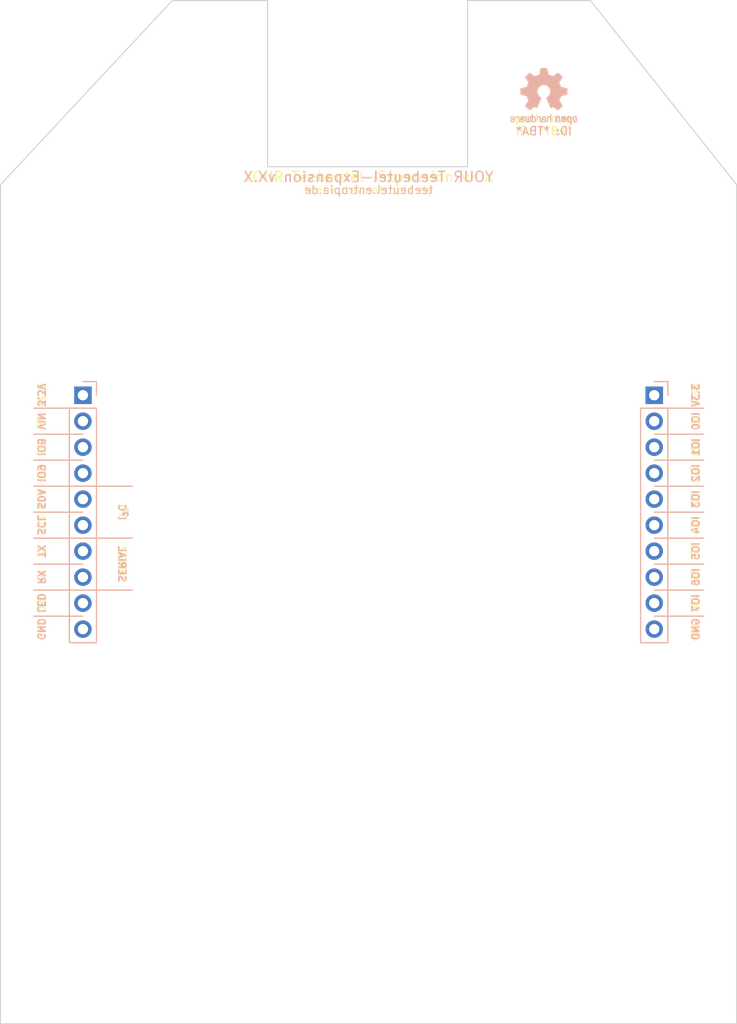
<source format=kicad_pcb>
(kicad_pcb (version 20171130) (host pcbnew 5.1.10)

  (general
    (thickness 1.6)
    (drawings 103)
    (tracks 0)
    (zones 0)
    (modules 6)
    (nets 19)
  )

  (page A4)
  (title_block
    (title "Teebeutel Expansion (Blank)")
    (date 2021-12-12)
    (rev v1.0)
    (company "Entropia e.V.")
    (comment 1 https://teebeutel.entropia.de)
    (comment 2 "License: CERN-OHL-S")
    (comment 3 "OSHW-ID: *TBA*")
  )

  (layers
    (0 F.Cu signal)
    (31 B.Cu signal)
    (32 B.Adhes user hide)
    (33 F.Adhes user hide)
    (34 B.Paste user)
    (35 F.Paste user hide)
    (36 B.SilkS user)
    (37 F.SilkS user)
    (38 B.Mask user hide)
    (39 F.Mask user hide)
    (40 Dwgs.User user)
    (41 Cmts.User user)
    (42 Eco1.User user hide)
    (43 Eco2.User user hide)
    (44 Edge.Cuts user)
    (45 Margin user hide)
    (46 B.CrtYd user hide)
    (47 F.CrtYd user)
    (48 B.Fab user hide)
    (49 F.Fab user hide)
  )

  (setup
    (last_trace_width 0.25)
    (user_trace_width 0.5)
    (trace_clearance 0.2)
    (zone_clearance 0.508)
    (zone_45_only no)
    (trace_min 0.2)
    (via_size 0.8)
    (via_drill 0.4)
    (via_min_size 0.4)
    (via_min_drill 0.3)
    (uvia_size 0.3)
    (uvia_drill 0.1)
    (uvias_allowed no)
    (uvia_min_size 0.2)
    (uvia_min_drill 0.1)
    (edge_width 0.05)
    (segment_width 0.2)
    (pcb_text_width 0.3)
    (pcb_text_size 1.5 1.5)
    (mod_edge_width 0.12)
    (mod_text_size 1 1)
    (mod_text_width 0.15)
    (pad_size 1.5 1.5)
    (pad_drill 0.7)
    (pad_to_mask_clearance 0)
    (aux_axis_origin 112.504 141.43)
    (grid_origin 112.504 141.43)
    (visible_elements FFFFFF7F)
    (pcbplotparams
      (layerselection 0x010fc_ffffffff)
      (usegerberextensions false)
      (usegerberattributes true)
      (usegerberadvancedattributes true)
      (creategerberjobfile true)
      (excludeedgelayer true)
      (linewidth 0.100000)
      (plotframeref false)
      (viasonmask false)
      (mode 1)
      (useauxorigin false)
      (hpglpennumber 1)
      (hpglpenspeed 20)
      (hpglpendiameter 15.000000)
      (psnegative false)
      (psa4output false)
      (plotreference true)
      (plotvalue true)
      (plotinvisibletext false)
      (padsonsilk false)
      (subtractmaskfromsilk false)
      (outputformat 1)
      (mirror false)
      (drillshape 1)
      (scaleselection 1)
      (outputdirectory ""))
  )

  (net 0 "")
  (net 1 GND)
  (net 2 LED)
  (net 3 RxD)
  (net 4 TxD)
  (net 5 I2C-SCL)
  (net 6 I2C-SDA)
  (net 7 IO9)
  (net 8 IO8)
  (net 9 VIN)
  (net 10 +3V3)
  (net 11 IO7)
  (net 12 IO6)
  (net 13 IO5)
  (net 14 IO4)
  (net 15 IO3)
  (net 16 IO2)
  (net 17 IO1)
  (net 18 IO0)

  (net_class Default "This is the default net class."
    (clearance 0.2)
    (trace_width 0.25)
    (via_dia 0.8)
    (via_drill 0.4)
    (uvia_dia 0.3)
    (uvia_drill 0.1)
    (add_net +3V3)
    (add_net GND)
    (add_net I2C-SCL)
    (add_net I2C-SDA)
    (add_net IO0)
    (add_net IO1)
    (add_net IO2)
    (add_net IO3)
    (add_net IO4)
    (add_net IO5)
    (add_net IO6)
    (add_net IO7)
    (add_net IO8)
    (add_net IO9)
    (add_net LED)
    (add_net RxD)
    (add_net TxD)
    (add_net VIN)
  )

  (module Symbol:OSHW-Logo2_7.3x6mm_SilkScreen (layer F.Cu) (tedit 0) (tstamp 61B5FC9A)
    (at 165.649 50.79)
    (descr "Open Source Hardware Symbol")
    (tags "Logo Symbol OSHW")
    (attr virtual)
    (fp_text reference REF** (at 0 0) (layer F.SilkS) hide
      (effects (font (size 0.5 0.5) (thickness 0.1)))
    )
    (fp_text value OSHW-Logo2_7.3x6mm_SilkScreen (at 0.75 0) (layer F.Fab) hide
      (effects (font (size 1 1) (thickness 0.15)))
    )
    (fp_poly (pts (xy -2.400256 1.919918) (xy -2.344799 1.947568) (xy -2.295852 1.99848) (xy -2.282371 2.017338)
      (xy -2.267686 2.042015) (xy -2.258158 2.068816) (xy -2.252707 2.104587) (xy -2.250253 2.156169)
      (xy -2.249714 2.224267) (xy -2.252148 2.317588) (xy -2.260606 2.387657) (xy -2.276826 2.439931)
      (xy -2.302546 2.479869) (xy -2.339503 2.512929) (xy -2.342218 2.514886) (xy -2.37864 2.534908)
      (xy -2.422498 2.544815) (xy -2.478276 2.547257) (xy -2.568952 2.547257) (xy -2.56899 2.635283)
      (xy -2.569834 2.684308) (xy -2.574976 2.713065) (xy -2.588413 2.730311) (xy -2.614142 2.744808)
      (xy -2.620321 2.747769) (xy -2.649236 2.761648) (xy -2.671624 2.770414) (xy -2.688271 2.771171)
      (xy -2.699964 2.761023) (xy -2.70749 2.737073) (xy -2.711634 2.696426) (xy -2.713185 2.636186)
      (xy -2.712929 2.553455) (xy -2.711651 2.445339) (xy -2.711252 2.413) (xy -2.709815 2.301524)
      (xy -2.708528 2.228603) (xy -2.569029 2.228603) (xy -2.568245 2.290499) (xy -2.56476 2.330997)
      (xy -2.556876 2.357708) (xy -2.542895 2.378244) (xy -2.533403 2.38826) (xy -2.494596 2.417567)
      (xy -2.460237 2.419952) (xy -2.424784 2.39575) (xy -2.423886 2.394857) (xy -2.409461 2.376153)
      (xy -2.400687 2.350732) (xy -2.396261 2.311584) (xy -2.394882 2.251697) (xy -2.394857 2.23843)
      (xy -2.398188 2.155901) (xy -2.409031 2.098691) (xy -2.42866 2.063766) (xy -2.45835 2.048094)
      (xy -2.475509 2.046514) (xy -2.516234 2.053926) (xy -2.544168 2.07833) (xy -2.560983 2.12298)
      (xy -2.56835 2.19113) (xy -2.569029 2.228603) (xy -2.708528 2.228603) (xy -2.708292 2.215245)
      (xy -2.706323 2.150333) (xy -2.70355 2.102958) (xy -2.699612 2.06929) (xy -2.694151 2.045498)
      (xy -2.686808 2.027753) (xy -2.677223 2.012224) (xy -2.673113 2.006381) (xy -2.618595 1.951185)
      (xy -2.549664 1.91989) (xy -2.469928 1.911165) (xy -2.400256 1.919918)) (layer F.SilkS) (width 0.01))
    (fp_poly (pts (xy -1.283907 1.92778) (xy -1.237328 1.954723) (xy -1.204943 1.981466) (xy -1.181258 2.009484)
      (xy -1.164941 2.043748) (xy -1.154661 2.089227) (xy -1.149086 2.150892) (xy -1.146884 2.233711)
      (xy -1.146629 2.293246) (xy -1.146629 2.512391) (xy -1.208314 2.540044) (xy -1.27 2.567697)
      (xy -1.277257 2.32767) (xy -1.280256 2.238028) (xy -1.283402 2.172962) (xy -1.287299 2.128026)
      (xy -1.292553 2.09877) (xy -1.299769 2.080748) (xy -1.30955 2.069511) (xy -1.312688 2.067079)
      (xy -1.360239 2.048083) (xy -1.408303 2.0556) (xy -1.436914 2.075543) (xy -1.448553 2.089675)
      (xy -1.456609 2.10822) (xy -1.461729 2.136334) (xy -1.464559 2.179173) (xy -1.465744 2.241895)
      (xy -1.465943 2.307261) (xy -1.465982 2.389268) (xy -1.467386 2.447316) (xy -1.472086 2.486465)
      (xy -1.482013 2.51178) (xy -1.499097 2.528323) (xy -1.525268 2.541156) (xy -1.560225 2.554491)
      (xy -1.598404 2.569007) (xy -1.593859 2.311389) (xy -1.592029 2.218519) (xy -1.589888 2.149889)
      (xy -1.586819 2.100711) (xy -1.582206 2.066198) (xy -1.575432 2.041562) (xy -1.565881 2.022016)
      (xy -1.554366 2.00477) (xy -1.49881 1.94968) (xy -1.43102 1.917822) (xy -1.357287 1.910191)
      (xy -1.283907 1.92778)) (layer F.SilkS) (width 0.01))
    (fp_poly (pts (xy -2.958885 1.921962) (xy -2.890855 1.957733) (xy -2.840649 2.015301) (xy -2.822815 2.052312)
      (xy -2.808937 2.107882) (xy -2.801833 2.178096) (xy -2.80116 2.254727) (xy -2.806573 2.329552)
      (xy -2.81773 2.394342) (xy -2.834286 2.440873) (xy -2.839374 2.448887) (xy -2.899645 2.508707)
      (xy -2.971231 2.544535) (xy -3.048908 2.55502) (xy -3.127452 2.53881) (xy -3.149311 2.529092)
      (xy -3.191878 2.499143) (xy -3.229237 2.459433) (xy -3.232768 2.454397) (xy -3.247119 2.430124)
      (xy -3.256606 2.404178) (xy -3.26221 2.370022) (xy -3.264914 2.321119) (xy -3.265701 2.250935)
      (xy -3.265714 2.2352) (xy -3.265678 2.230192) (xy -3.120571 2.230192) (xy -3.119727 2.29643)
      (xy -3.116404 2.340386) (xy -3.109417 2.368779) (xy -3.097584 2.388325) (xy -3.091543 2.394857)
      (xy -3.056814 2.41968) (xy -3.023097 2.418548) (xy -2.989005 2.397016) (xy -2.968671 2.374029)
      (xy -2.956629 2.340478) (xy -2.949866 2.287569) (xy -2.949402 2.281399) (xy -2.948248 2.185513)
      (xy -2.960312 2.114299) (xy -2.98543 2.068194) (xy -3.02344 2.047635) (xy -3.037008 2.046514)
      (xy -3.072636 2.052152) (xy -3.097006 2.071686) (xy -3.111907 2.109042) (xy -3.119125 2.16815)
      (xy -3.120571 2.230192) (xy -3.265678 2.230192) (xy -3.265174 2.160413) (xy -3.262904 2.108159)
      (xy -3.257932 2.071949) (xy -3.249287 2.045299) (xy -3.235995 2.021722) (xy -3.233057 2.017338)
      (xy -3.183687 1.958249) (xy -3.129891 1.923947) (xy -3.064398 1.910331) (xy -3.042158 1.909665)
      (xy -2.958885 1.921962)) (layer F.SilkS) (width 0.01))
    (fp_poly (pts (xy -1.831697 1.931239) (xy -1.774473 1.969735) (xy -1.730251 2.025335) (xy -1.703833 2.096086)
      (xy -1.69849 2.148162) (xy -1.699097 2.169893) (xy -1.704178 2.186531) (xy -1.718145 2.201437)
      (xy -1.745411 2.217973) (xy -1.790388 2.239498) (xy -1.857489 2.269374) (xy -1.857829 2.269524)
      (xy -1.919593 2.297813) (xy -1.970241 2.322933) (xy -2.004596 2.342179) (xy -2.017482 2.352848)
      (xy -2.017486 2.352934) (xy -2.006128 2.376166) (xy -1.979569 2.401774) (xy -1.949077 2.420221)
      (xy -1.93363 2.423886) (xy -1.891485 2.411212) (xy -1.855192 2.379471) (xy -1.837483 2.344572)
      (xy -1.820448 2.318845) (xy -1.787078 2.289546) (xy -1.747851 2.264235) (xy -1.713244 2.250471)
      (xy -1.706007 2.249714) (xy -1.697861 2.26216) (xy -1.69737 2.293972) (xy -1.703357 2.336866)
      (xy -1.714643 2.382558) (xy -1.73005 2.422761) (xy -1.730829 2.424322) (xy -1.777196 2.489062)
      (xy -1.837289 2.533097) (xy -1.905535 2.554711) (xy -1.976362 2.552185) (xy -2.044196 2.523804)
      (xy -2.047212 2.521808) (xy -2.100573 2.473448) (xy -2.13566 2.410352) (xy -2.155078 2.327387)
      (xy -2.157684 2.304078) (xy -2.162299 2.194055) (xy -2.156767 2.142748) (xy -2.017486 2.142748)
      (xy -2.015676 2.174753) (xy -2.005778 2.184093) (xy -1.981102 2.177105) (xy -1.942205 2.160587)
      (xy -1.898725 2.139881) (xy -1.897644 2.139333) (xy -1.860791 2.119949) (xy -1.846 2.107013)
      (xy -1.849647 2.093451) (xy -1.865005 2.075632) (xy -1.904077 2.049845) (xy -1.946154 2.04795)
      (xy -1.983897 2.066717) (xy -2.009966 2.102915) (xy -2.017486 2.142748) (xy -2.156767 2.142748)
      (xy -2.152806 2.106027) (xy -2.12845 2.036212) (xy -2.094544 1.987302) (xy -2.033347 1.937878)
      (xy -1.965937 1.913359) (xy -1.89712 1.911797) (xy -1.831697 1.931239)) (layer F.SilkS) (width 0.01))
    (fp_poly (pts (xy -0.624114 1.851289) (xy -0.619861 1.910613) (xy -0.614975 1.945572) (xy -0.608205 1.96082)
      (xy -0.598298 1.961015) (xy -0.595086 1.959195) (xy -0.552356 1.946015) (xy -0.496773 1.946785)
      (xy -0.440263 1.960333) (xy -0.404918 1.977861) (xy -0.368679 2.005861) (xy -0.342187 2.037549)
      (xy -0.324001 2.077813) (xy -0.312678 2.131543) (xy -0.306778 2.203626) (xy -0.304857 2.298951)
      (xy -0.304823 2.317237) (xy -0.3048 2.522646) (xy -0.350509 2.53858) (xy -0.382973 2.54942)
      (xy -0.400785 2.554468) (xy -0.401309 2.554514) (xy -0.403063 2.540828) (xy -0.404556 2.503076)
      (xy -0.405674 2.446224) (xy -0.406303 2.375234) (xy -0.4064 2.332073) (xy -0.406602 2.246973)
      (xy -0.407642 2.185981) (xy -0.410169 2.144177) (xy -0.414836 2.116642) (xy -0.422293 2.098456)
      (xy -0.433189 2.084698) (xy -0.439993 2.078073) (xy -0.486728 2.051375) (xy -0.537728 2.049375)
      (xy -0.583999 2.071955) (xy -0.592556 2.080107) (xy -0.605107 2.095436) (xy -0.613812 2.113618)
      (xy -0.619369 2.139909) (xy -0.622474 2.179562) (xy -0.623824 2.237832) (xy -0.624114 2.318173)
      (xy -0.624114 2.522646) (xy -0.669823 2.53858) (xy -0.702287 2.54942) (xy -0.720099 2.554468)
      (xy -0.720623 2.554514) (xy -0.721963 2.540623) (xy -0.723172 2.501439) (xy -0.724199 2.4407)
      (xy -0.724998 2.362141) (xy -0.725519 2.269498) (xy -0.725714 2.166509) (xy -0.725714 1.769342)
      (xy -0.678543 1.749444) (xy -0.631371 1.729547) (xy -0.624114 1.851289)) (layer F.SilkS) (width 0.01))
    (fp_poly (pts (xy 0.039744 1.950968) (xy 0.096616 1.972087) (xy 0.097267 1.972493) (xy 0.13244 1.99838)
      (xy 0.158407 2.028633) (xy 0.17667 2.068058) (xy 0.188732 2.121462) (xy 0.196096 2.193651)
      (xy 0.200264 2.289432) (xy 0.200629 2.303078) (xy 0.205876 2.508842) (xy 0.161716 2.531678)
      (xy 0.129763 2.54711) (xy 0.11047 2.554423) (xy 0.109578 2.554514) (xy 0.106239 2.541022)
      (xy 0.103587 2.504626) (xy 0.101956 2.451452) (xy 0.1016 2.408393) (xy 0.101592 2.338641)
      (xy 0.098403 2.294837) (xy 0.087288 2.273944) (xy 0.063501 2.272925) (xy 0.022296 2.288741)
      (xy -0.039914 2.317815) (xy -0.085659 2.341963) (xy -0.109187 2.362913) (xy -0.116104 2.385747)
      (xy -0.116114 2.386877) (xy -0.104701 2.426212) (xy -0.070908 2.447462) (xy -0.019191 2.450539)
      (xy 0.018061 2.450006) (xy 0.037703 2.460735) (xy 0.049952 2.486505) (xy 0.057002 2.519337)
      (xy 0.046842 2.537966) (xy 0.043017 2.540632) (xy 0.007001 2.55134) (xy -0.043434 2.552856)
      (xy -0.095374 2.545759) (xy -0.132178 2.532788) (xy -0.183062 2.489585) (xy -0.211986 2.429446)
      (xy -0.217714 2.382462) (xy -0.213343 2.340082) (xy -0.197525 2.305488) (xy -0.166203 2.274763)
      (xy -0.115322 2.24399) (xy -0.040824 2.209252) (xy -0.036286 2.207288) (xy 0.030821 2.176287)
      (xy 0.072232 2.150862) (xy 0.089981 2.128014) (xy 0.086107 2.104745) (xy 0.062643 2.078056)
      (xy 0.055627 2.071914) (xy 0.00863 2.0481) (xy -0.040067 2.049103) (xy -0.082478 2.072451)
      (xy -0.110616 2.115675) (xy -0.113231 2.12416) (xy -0.138692 2.165308) (xy -0.170999 2.185128)
      (xy -0.217714 2.20477) (xy -0.217714 2.15395) (xy -0.203504 2.080082) (xy -0.161325 2.012327)
      (xy -0.139376 1.989661) (xy -0.089483 1.960569) (xy -0.026033 1.9474) (xy 0.039744 1.950968)) (layer F.SilkS) (width 0.01))
    (fp_poly (pts (xy 0.529926 1.949755) (xy 0.595858 1.974084) (xy 0.649273 2.017117) (xy 0.670164 2.047409)
      (xy 0.692939 2.102994) (xy 0.692466 2.143186) (xy 0.668562 2.170217) (xy 0.659717 2.174813)
      (xy 0.62153 2.189144) (xy 0.602028 2.185472) (xy 0.595422 2.161407) (xy 0.595086 2.148114)
      (xy 0.582992 2.09921) (xy 0.551471 2.064999) (xy 0.507659 2.048476) (xy 0.458695 2.052634)
      (xy 0.418894 2.074227) (xy 0.40545 2.086544) (xy 0.395921 2.101487) (xy 0.389485 2.124075)
      (xy 0.385317 2.159328) (xy 0.382597 2.212266) (xy 0.380502 2.287907) (xy 0.37996 2.311857)
      (xy 0.377981 2.39379) (xy 0.375731 2.451455) (xy 0.372357 2.489608) (xy 0.367006 2.513004)
      (xy 0.358824 2.526398) (xy 0.346959 2.534545) (xy 0.339362 2.538144) (xy 0.307102 2.550452)
      (xy 0.288111 2.554514) (xy 0.281836 2.540948) (xy 0.278006 2.499934) (xy 0.2766 2.430999)
      (xy 0.277598 2.333669) (xy 0.277908 2.318657) (xy 0.280101 2.229859) (xy 0.282693 2.165019)
      (xy 0.286382 2.119067) (xy 0.291864 2.086935) (xy 0.299835 2.063553) (xy 0.310993 2.043852)
      (xy 0.31683 2.03541) (xy 0.350296 1.998057) (xy 0.387727 1.969003) (xy 0.392309 1.966467)
      (xy 0.459426 1.946443) (xy 0.529926 1.949755)) (layer F.SilkS) (width 0.01))
    (fp_poly (pts (xy 1.190117 2.065358) (xy 1.189933 2.173837) (xy 1.189219 2.257287) (xy 1.187675 2.319704)
      (xy 1.185001 2.365085) (xy 1.180894 2.397429) (xy 1.175055 2.420733) (xy 1.167182 2.438995)
      (xy 1.161221 2.449418) (xy 1.111855 2.505945) (xy 1.049264 2.541377) (xy 0.980013 2.55409)
      (xy 0.910668 2.542463) (xy 0.869375 2.521568) (xy 0.826025 2.485422) (xy 0.796481 2.441276)
      (xy 0.778655 2.383462) (xy 0.770463 2.306313) (xy 0.769302 2.249714) (xy 0.769458 2.245647)
      (xy 0.870857 2.245647) (xy 0.871476 2.31055) (xy 0.874314 2.353514) (xy 0.88084 2.381622)
      (xy 0.892523 2.401953) (xy 0.906483 2.417288) (xy 0.953365 2.44689) (xy 1.003701 2.449419)
      (xy 1.051276 2.424705) (xy 1.054979 2.421356) (xy 1.070783 2.403935) (xy 1.080693 2.383209)
      (xy 1.086058 2.352362) (xy 1.088228 2.304577) (xy 1.088571 2.251748) (xy 1.087827 2.185381)
      (xy 1.084748 2.141106) (xy 1.078061 2.112009) (xy 1.066496 2.091173) (xy 1.057013 2.080107)
      (xy 1.01296 2.052198) (xy 0.962224 2.048843) (xy 0.913796 2.070159) (xy 0.90445 2.078073)
      (xy 0.88854 2.095647) (xy 0.87861 2.116587) (xy 0.873278 2.147782) (xy 0.871163 2.196122)
      (xy 0.870857 2.245647) (xy 0.769458 2.245647) (xy 0.77281 2.158568) (xy 0.784726 2.090086)
      (xy 0.807135 2.0386) (xy 0.842124 1.998443) (xy 0.869375 1.977861) (xy 0.918907 1.955625)
      (xy 0.976316 1.945304) (xy 1.029682 1.948067) (xy 1.059543 1.959212) (xy 1.071261 1.962383)
      (xy 1.079037 1.950557) (xy 1.084465 1.918866) (xy 1.088571 1.870593) (xy 1.093067 1.816829)
      (xy 1.099313 1.784482) (xy 1.110676 1.765985) (xy 1.130528 1.75377) (xy 1.143 1.748362)
      (xy 1.190171 1.728601) (xy 1.190117 2.065358)) (layer F.SilkS) (width 0.01))
    (fp_poly (pts (xy 1.779833 1.958663) (xy 1.782048 1.99685) (xy 1.783784 2.054886) (xy 1.784899 2.12818)
      (xy 1.785257 2.205055) (xy 1.785257 2.465196) (xy 1.739326 2.511127) (xy 1.707675 2.539429)
      (xy 1.67989 2.550893) (xy 1.641915 2.550168) (xy 1.62684 2.548321) (xy 1.579726 2.542948)
      (xy 1.540756 2.539869) (xy 1.531257 2.539585) (xy 1.499233 2.541445) (xy 1.453432 2.546114)
      (xy 1.435674 2.548321) (xy 1.392057 2.551735) (xy 1.362745 2.54432) (xy 1.33368 2.521427)
      (xy 1.323188 2.511127) (xy 1.277257 2.465196) (xy 1.277257 1.978602) (xy 1.314226 1.961758)
      (xy 1.346059 1.949282) (xy 1.364683 1.944914) (xy 1.369458 1.958718) (xy 1.373921 1.997286)
      (xy 1.377775 2.056356) (xy 1.380722 2.131663) (xy 1.382143 2.195286) (xy 1.386114 2.445657)
      (xy 1.420759 2.450556) (xy 1.452268 2.447131) (xy 1.467708 2.436041) (xy 1.472023 2.415308)
      (xy 1.475708 2.371145) (xy 1.478469 2.309146) (xy 1.480012 2.234909) (xy 1.480235 2.196706)
      (xy 1.480457 1.976783) (xy 1.526166 1.960849) (xy 1.558518 1.950015) (xy 1.576115 1.944962)
      (xy 1.576623 1.944914) (xy 1.578388 1.958648) (xy 1.580329 1.99673) (xy 1.582282 2.054482)
      (xy 1.584084 2.127227) (xy 1.585343 2.195286) (xy 1.589314 2.445657) (xy 1.6764 2.445657)
      (xy 1.680396 2.21724) (xy 1.684392 1.988822) (xy 1.726847 1.966868) (xy 1.758192 1.951793)
      (xy 1.776744 1.944951) (xy 1.777279 1.944914) (xy 1.779833 1.958663)) (layer F.SilkS) (width 0.01))
    (fp_poly (pts (xy 2.144876 1.956335) (xy 2.186667 1.975344) (xy 2.219469 1.998378) (xy 2.243503 2.024133)
      (xy 2.260097 2.057358) (xy 2.270577 2.1028) (xy 2.276271 2.165207) (xy 2.278507 2.249327)
      (xy 2.278743 2.304721) (xy 2.278743 2.520826) (xy 2.241774 2.53767) (xy 2.212656 2.549981)
      (xy 2.198231 2.554514) (xy 2.195472 2.541025) (xy 2.193282 2.504653) (xy 2.191942 2.451542)
      (xy 2.191657 2.409372) (xy 2.190434 2.348447) (xy 2.187136 2.300115) (xy 2.182321 2.270518)
      (xy 2.178496 2.264229) (xy 2.152783 2.270652) (xy 2.112418 2.287125) (xy 2.065679 2.309458)
      (xy 2.020845 2.333457) (xy 1.986193 2.35493) (xy 1.970002 2.369685) (xy 1.969938 2.369845)
      (xy 1.97133 2.397152) (xy 1.983818 2.423219) (xy 2.005743 2.444392) (xy 2.037743 2.451474)
      (xy 2.065092 2.450649) (xy 2.103826 2.450042) (xy 2.124158 2.459116) (xy 2.136369 2.483092)
      (xy 2.137909 2.487613) (xy 2.143203 2.521806) (xy 2.129047 2.542568) (xy 2.092148 2.552462)
      (xy 2.052289 2.554292) (xy 1.980562 2.540727) (xy 1.943432 2.521355) (xy 1.897576 2.475845)
      (xy 1.873256 2.419983) (xy 1.871073 2.360957) (xy 1.891629 2.305953) (xy 1.922549 2.271486)
      (xy 1.95342 2.252189) (xy 2.001942 2.227759) (xy 2.058485 2.202985) (xy 2.06791 2.199199)
      (xy 2.130019 2.171791) (xy 2.165822 2.147634) (xy 2.177337 2.123619) (xy 2.16658 2.096635)
      (xy 2.148114 2.075543) (xy 2.104469 2.049572) (xy 2.056446 2.047624) (xy 2.012406 2.067637)
      (xy 1.980709 2.107551) (xy 1.976549 2.117848) (xy 1.952327 2.155724) (xy 1.916965 2.183842)
      (xy 1.872343 2.206917) (xy 1.872343 2.141485) (xy 1.874969 2.101506) (xy 1.88623 2.069997)
      (xy 1.911199 2.036378) (xy 1.935169 2.010484) (xy 1.972441 1.973817) (xy 2.001401 1.954121)
      (xy 2.032505 1.94622) (xy 2.067713 1.944914) (xy 2.144876 1.956335)) (layer F.SilkS) (width 0.01))
    (fp_poly (pts (xy 2.6526 1.958752) (xy 2.669948 1.966334) (xy 2.711356 1.999128) (xy 2.746765 2.046547)
      (xy 2.768664 2.097151) (xy 2.772229 2.122098) (xy 2.760279 2.156927) (xy 2.734067 2.175357)
      (xy 2.705964 2.186516) (xy 2.693095 2.188572) (xy 2.686829 2.173649) (xy 2.674456 2.141175)
      (xy 2.669028 2.126502) (xy 2.63859 2.075744) (xy 2.59452 2.050427) (xy 2.53801 2.051206)
      (xy 2.533825 2.052203) (xy 2.503655 2.066507) (xy 2.481476 2.094393) (xy 2.466327 2.139287)
      (xy 2.45725 2.204615) (xy 2.453286 2.293804) (xy 2.452914 2.341261) (xy 2.45273 2.416071)
      (xy 2.451522 2.467069) (xy 2.448309 2.499471) (xy 2.442109 2.518495) (xy 2.43194 2.529356)
      (xy 2.416819 2.537272) (xy 2.415946 2.53767) (xy 2.386828 2.549981) (xy 2.372403 2.554514)
      (xy 2.370186 2.540809) (xy 2.368289 2.502925) (xy 2.366847 2.445715) (xy 2.365998 2.374027)
      (xy 2.365829 2.321565) (xy 2.366692 2.220047) (xy 2.37007 2.143032) (xy 2.377142 2.086023)
      (xy 2.389088 2.044526) (xy 2.40709 2.014043) (xy 2.432327 1.99008) (xy 2.457247 1.973355)
      (xy 2.517171 1.951097) (xy 2.586911 1.946076) (xy 2.6526 1.958752)) (layer F.SilkS) (width 0.01))
    (fp_poly (pts (xy 3.153595 1.966966) (xy 3.211021 2.004497) (xy 3.238719 2.038096) (xy 3.260662 2.099064)
      (xy 3.262405 2.147308) (xy 3.258457 2.211816) (xy 3.109686 2.276934) (xy 3.037349 2.310202)
      (xy 2.990084 2.336964) (xy 2.965507 2.360144) (xy 2.961237 2.382667) (xy 2.974889 2.407455)
      (xy 2.989943 2.423886) (xy 3.033746 2.450235) (xy 3.081389 2.452081) (xy 3.125145 2.431546)
      (xy 3.157289 2.390752) (xy 3.163038 2.376347) (xy 3.190576 2.331356) (xy 3.222258 2.312182)
      (xy 3.265714 2.295779) (xy 3.265714 2.357966) (xy 3.261872 2.400283) (xy 3.246823 2.435969)
      (xy 3.21528 2.476943) (xy 3.210592 2.482267) (xy 3.175506 2.51872) (xy 3.145347 2.538283)
      (xy 3.107615 2.547283) (xy 3.076335 2.55023) (xy 3.020385 2.550965) (xy 2.980555 2.54166)
      (xy 2.955708 2.527846) (xy 2.916656 2.497467) (xy 2.889625 2.464613) (xy 2.872517 2.423294)
      (xy 2.863238 2.367521) (xy 2.859693 2.291305) (xy 2.85941 2.252622) (xy 2.860372 2.206247)
      (xy 2.948007 2.206247) (xy 2.949023 2.231126) (xy 2.951556 2.2352) (xy 2.968274 2.229665)
      (xy 3.004249 2.215017) (xy 3.052331 2.19419) (xy 3.062386 2.189714) (xy 3.123152 2.158814)
      (xy 3.156632 2.131657) (xy 3.16399 2.10622) (xy 3.146391 2.080481) (xy 3.131856 2.069109)
      (xy 3.07941 2.046364) (xy 3.030322 2.050122) (xy 2.989227 2.077884) (xy 2.960758 2.127152)
      (xy 2.951631 2.166257) (xy 2.948007 2.206247) (xy 2.860372 2.206247) (xy 2.861285 2.162249)
      (xy 2.868196 2.095384) (xy 2.881884 2.046695) (xy 2.904096 2.010849) (xy 2.936574 1.982513)
      (xy 2.950733 1.973355) (xy 3.015053 1.949507) (xy 3.085473 1.948006) (xy 3.153595 1.966966)) (layer F.SilkS) (width 0.01))
    (fp_poly (pts (xy 0.10391 -2.757652) (xy 0.182454 -2.757222) (xy 0.239298 -2.756058) (xy 0.278105 -2.753793)
      (xy 0.302538 -2.75006) (xy 0.316262 -2.744494) (xy 0.32294 -2.736727) (xy 0.326236 -2.726395)
      (xy 0.326556 -2.725057) (xy 0.331562 -2.700921) (xy 0.340829 -2.653299) (xy 0.353392 -2.587259)
      (xy 0.368287 -2.507872) (xy 0.384551 -2.420204) (xy 0.385119 -2.417125) (xy 0.40141 -2.331211)
      (xy 0.416652 -2.255304) (xy 0.429861 -2.193955) (xy 0.440054 -2.151718) (xy 0.446248 -2.133145)
      (xy 0.446543 -2.132816) (xy 0.464788 -2.123747) (xy 0.502405 -2.108633) (xy 0.551271 -2.090738)
      (xy 0.551543 -2.090642) (xy 0.613093 -2.067507) (xy 0.685657 -2.038035) (xy 0.754057 -2.008403)
      (xy 0.757294 -2.006938) (xy 0.868702 -1.956374) (xy 1.115399 -2.12484) (xy 1.191077 -2.176197)
      (xy 1.259631 -2.222111) (xy 1.317088 -2.25997) (xy 1.359476 -2.287163) (xy 1.382825 -2.301079)
      (xy 1.385042 -2.302111) (xy 1.40201 -2.297516) (xy 1.433701 -2.275345) (xy 1.481352 -2.234553)
      (xy 1.546198 -2.174095) (xy 1.612397 -2.109773) (xy 1.676214 -2.046388) (xy 1.733329 -1.988549)
      (xy 1.780305 -1.939825) (xy 1.813703 -1.90379) (xy 1.830085 -1.884016) (xy 1.830694 -1.882998)
      (xy 1.832505 -1.869428) (xy 1.825683 -1.847267) (xy 1.80854 -1.813522) (xy 1.779393 -1.7652)
      (xy 1.736555 -1.699308) (xy 1.679448 -1.614483) (xy 1.628766 -1.539823) (xy 1.583461 -1.47286)
      (xy 1.54615 -1.417484) (xy 1.519452 -1.37758) (xy 1.505985 -1.357038) (xy 1.505137 -1.355644)
      (xy 1.506781 -1.335962) (xy 1.519245 -1.297707) (xy 1.540048 -1.248111) (xy 1.547462 -1.232272)
      (xy 1.579814 -1.16171) (xy 1.614328 -1.081647) (xy 1.642365 -1.012371) (xy 1.662568 -0.960955)
      (xy 1.678615 -0.921881) (xy 1.687888 -0.901459) (xy 1.689041 -0.899886) (xy 1.706096 -0.897279)
      (xy 1.746298 -0.890137) (xy 1.804302 -0.879477) (xy 1.874763 -0.866315) (xy 1.952335 -0.851667)
      (xy 2.031672 -0.836551) (xy 2.107431 -0.821982) (xy 2.174264 -0.808978) (xy 2.226828 -0.798555)
      (xy 2.259776 -0.79173) (xy 2.267857 -0.789801) (xy 2.276205 -0.785038) (xy 2.282506 -0.774282)
      (xy 2.287045 -0.753902) (xy 2.290104 -0.720266) (xy 2.291967 -0.669745) (xy 2.292918 -0.598708)
      (xy 2.29324 -0.503524) (xy 2.293257 -0.464508) (xy 2.293257 -0.147201) (xy 2.217057 -0.132161)
      (xy 2.174663 -0.124005) (xy 2.1114 -0.112101) (xy 2.034962 -0.097884) (xy 1.953043 -0.08279)
      (xy 1.9304 -0.078645) (xy 1.854806 -0.063947) (xy 1.788953 -0.049495) (xy 1.738366 -0.036625)
      (xy 1.708574 -0.026678) (xy 1.703612 -0.023713) (xy 1.691426 -0.002717) (xy 1.673953 0.037967)
      (xy 1.654577 0.090322) (xy 1.650734 0.1016) (xy 1.625339 0.171523) (xy 1.593817 0.250418)
      (xy 1.562969 0.321266) (xy 1.562817 0.321595) (xy 1.511447 0.432733) (xy 1.680399 0.681253)
      (xy 1.849352 0.929772) (xy 1.632429 1.147058) (xy 1.566819 1.211726) (xy 1.506979 1.268733)
      (xy 1.456267 1.315033) (xy 1.418046 1.347584) (xy 1.395675 1.363343) (xy 1.392466 1.364343)
      (xy 1.373626 1.356469) (xy 1.33518 1.334578) (xy 1.28133 1.301267) (xy 1.216276 1.259131)
      (xy 1.14594 1.211943) (xy 1.074555 1.16381) (xy 1.010908 1.121928) (xy 0.959041 1.088871)
      (xy 0.922995 1.067218) (xy 0.906867 1.059543) (xy 0.887189 1.066037) (xy 0.849875 1.08315)
      (xy 0.802621 1.107326) (xy 0.797612 1.110013) (xy 0.733977 1.141927) (xy 0.690341 1.157579)
      (xy 0.663202 1.157745) (xy 0.649057 1.143204) (xy 0.648975 1.143) (xy 0.641905 1.125779)
      (xy 0.625042 1.084899) (xy 0.599695 1.023525) (xy 0.567171 0.944819) (xy 0.528778 0.851947)
      (xy 0.485822 0.748072) (xy 0.444222 0.647502) (xy 0.398504 0.536516) (xy 0.356526 0.433703)
      (xy 0.319548 0.342215) (xy 0.288827 0.265201) (xy 0.265622 0.205815) (xy 0.25119 0.167209)
      (xy 0.246743 0.1528) (xy 0.257896 0.136272) (xy 0.287069 0.10993) (xy 0.325971 0.080887)
      (xy 0.436757 -0.010961) (xy 0.523351 -0.116241) (xy 0.584716 -0.232734) (xy 0.619815 -0.358224)
      (xy 0.627608 -0.490493) (xy 0.621943 -0.551543) (xy 0.591078 -0.678205) (xy 0.53792 -0.790059)
      (xy 0.465767 -0.885999) (xy 0.377917 -0.964924) (xy 0.277665 -1.02573) (xy 0.16831 -1.067313)
      (xy 0.053147 -1.088572) (xy -0.064525 -1.088401) (xy -0.18141 -1.065699) (xy -0.294211 -1.019362)
      (xy -0.399631 -0.948287) (xy -0.443632 -0.908089) (xy -0.528021 -0.804871) (xy -0.586778 -0.692075)
      (xy -0.620296 -0.57299) (xy -0.628965 -0.450905) (xy -0.613177 -0.329107) (xy -0.573322 -0.210884)
      (xy -0.509793 -0.099525) (xy -0.422979 0.001684) (xy -0.325971 0.080887) (xy -0.285563 0.111162)
      (xy -0.257018 0.137219) (xy -0.246743 0.152825) (xy -0.252123 0.169843) (xy -0.267425 0.2105)
      (xy -0.291388 0.271642) (xy -0.322756 0.350119) (xy -0.360268 0.44278) (xy -0.402667 0.546472)
      (xy -0.444337 0.647526) (xy -0.49031 0.758607) (xy -0.532893 0.861541) (xy -0.570779 0.953165)
      (xy -0.60266 1.030316) (xy -0.627229 1.089831) (xy -0.64318 1.128544) (xy -0.64909 1.143)
      (xy -0.663052 1.157685) (xy -0.69006 1.157642) (xy -0.733587 1.142099) (xy -0.79711 1.110284)
      (xy -0.797612 1.110013) (xy -0.84544 1.085323) (xy -0.884103 1.067338) (xy -0.905905 1.059614)
      (xy -0.906867 1.059543) (xy -0.923279 1.067378) (xy -0.959513 1.089165) (xy -1.011526 1.122328)
      (xy -1.075275 1.164291) (xy -1.14594 1.211943) (xy -1.217884 1.260191) (xy -1.282726 1.302151)
      (xy -1.336265 1.335227) (xy -1.374303 1.356821) (xy -1.392467 1.364343) (xy -1.409192 1.354457)
      (xy -1.44282 1.326826) (xy -1.48999 1.284495) (xy -1.547342 1.230505) (xy -1.611516 1.167899)
      (xy -1.632503 1.146983) (xy -1.849501 0.929623) (xy -1.684332 0.68722) (xy -1.634136 0.612781)
      (xy -1.590081 0.545972) (xy -1.554638 0.490665) (xy -1.530281 0.450729) (xy -1.519478 0.430036)
      (xy -1.519162 0.428563) (xy -1.524857 0.409058) (xy -1.540174 0.369822) (xy -1.562463 0.31743)
      (xy -1.578107 0.282355) (xy -1.607359 0.215201) (xy -1.634906 0.147358) (xy -1.656263 0.090034)
      (xy -1.662065 0.072572) (xy -1.678548 0.025938) (xy -1.69466 -0.010095) (xy -1.70351 -0.023713)
      (xy -1.72304 -0.032048) (xy -1.765666 -0.043863) (xy -1.825855 -0.057819) (xy -1.898078 -0.072578)
      (xy -1.9304 -0.078645) (xy -2.012478 -0.093727) (xy -2.091205 -0.108331) (xy -2.158891 -0.12102)
      (xy -2.20784 -0.130358) (xy -2.217057 -0.132161) (xy -2.293257 -0.147201) (xy -2.293257 -0.464508)
      (xy -2.293086 -0.568846) (xy -2.292384 -0.647787) (xy -2.290866 -0.704962) (xy -2.288251 -0.744001)
      (xy -2.284254 -0.768535) (xy -2.278591 -0.782195) (xy -2.27098 -0.788611) (xy -2.267857 -0.789801)
      (xy -2.249022 -0.79402) (xy -2.207412 -0.802438) (xy -2.14837 -0.814039) (xy -2.077243 -0.827805)
      (xy -1.999375 -0.84272) (xy -1.920113 -0.857768) (xy -1.844802 -0.871931) (xy -1.778787 -0.884194)
      (xy -1.727413 -0.893539) (xy -1.696025 -0.89895) (xy -1.689041 -0.899886) (xy -1.682715 -0.912404)
      (xy -1.66871 -0.945754) (xy -1.649645 -0.993623) (xy -1.642366 -1.012371) (xy -1.613004 -1.084805)
      (xy -1.578429 -1.16483) (xy -1.547463 -1.232272) (xy -1.524677 -1.283841) (xy -1.509518 -1.326215)
      (xy -1.504458 -1.352166) (xy -1.505264 -1.355644) (xy -1.515959 -1.372064) (xy -1.54038 -1.408583)
      (xy -1.575905 -1.461313) (xy -1.619913 -1.526365) (xy -1.669783 -1.599849) (xy -1.679644 -1.614355)
      (xy -1.737508 -1.700296) (xy -1.780044 -1.765739) (xy -1.808946 -1.813696) (xy -1.82591 -1.84718)
      (xy -1.832633 -1.869205) (xy -1.83081 -1.882783) (xy -1.830764 -1.882869) (xy -1.816414 -1.900703)
      (xy -1.784677 -1.935183) (xy -1.73899 -1.982732) (xy -1.682796 -2.039778) (xy -1.619532 -2.102745)
      (xy -1.612398 -2.109773) (xy -1.53267 -2.18698) (xy -1.471143 -2.24367) (xy -1.426579 -2.28089)
      (xy -1.397743 -2.299685) (xy -1.385042 -2.302111) (xy -1.366506 -2.291529) (xy -1.328039 -2.267084)
      (xy -1.273614 -2.231388) (xy -1.207202 -2.187053) (xy -1.132775 -2.136689) (xy -1.115399 -2.12484)
      (xy -0.868703 -1.956374) (xy -0.757294 -2.006938) (xy -0.689543 -2.036405) (xy -0.616817 -2.066041)
      (xy -0.554297 -2.08967) (xy -0.551543 -2.090642) (xy -0.50264 -2.108543) (xy -0.464943 -2.12368)
      (xy -0.446575 -2.13279) (xy -0.446544 -2.132816) (xy -0.440715 -2.149283) (xy -0.430808 -2.189781)
      (xy -0.417805 -2.249758) (xy -0.402691 -2.32466) (xy -0.386448 -2.409936) (xy -0.385119 -2.417125)
      (xy -0.368825 -2.504986) (xy -0.353867 -2.58474) (xy -0.341209 -2.651319) (xy -0.331814 -2.699653)
      (xy -0.326646 -2.724675) (xy -0.326556 -2.725057) (xy -0.323411 -2.735701) (xy -0.317296 -2.743738)
      (xy -0.304547 -2.749533) (xy -0.2815 -2.753453) (xy -0.244491 -2.755865) (xy -0.189856 -2.757135)
      (xy -0.113933 -2.757629) (xy -0.013056 -2.757714) (xy 0 -2.757714) (xy 0.10391 -2.757652)) (layer F.SilkS) (width 0.01))
  )

  (module Symbol:OSHW-Logo2_7.3x6mm_SilkScreen (layer B.Cu) (tedit 0) (tstamp 61B61E92)
    (at 165.649 50.79 180)
    (descr "Open Source Hardware Symbol")
    (tags "Logo Symbol OSHW")
    (attr virtual)
    (fp_text reference REF** (at 0 0) (layer B.SilkS) hide
      (effects (font (size 0.5 0.5) (thickness 0.1)) (justify mirror))
    )
    (fp_text value OSHW-Logo2_7.3x6mm_SilkScreen (at 0.75 0) (layer B.Fab) hide
      (effects (font (size 1 1) (thickness 0.15)) (justify mirror))
    )
    (fp_poly (pts (xy -2.400256 -1.919918) (xy -2.344799 -1.947568) (xy -2.295852 -1.99848) (xy -2.282371 -2.017338)
      (xy -2.267686 -2.042015) (xy -2.258158 -2.068816) (xy -2.252707 -2.104587) (xy -2.250253 -2.156169)
      (xy -2.249714 -2.224267) (xy -2.252148 -2.317588) (xy -2.260606 -2.387657) (xy -2.276826 -2.439931)
      (xy -2.302546 -2.479869) (xy -2.339503 -2.512929) (xy -2.342218 -2.514886) (xy -2.37864 -2.534908)
      (xy -2.422498 -2.544815) (xy -2.478276 -2.547257) (xy -2.568952 -2.547257) (xy -2.56899 -2.635283)
      (xy -2.569834 -2.684308) (xy -2.574976 -2.713065) (xy -2.588413 -2.730311) (xy -2.614142 -2.744808)
      (xy -2.620321 -2.747769) (xy -2.649236 -2.761648) (xy -2.671624 -2.770414) (xy -2.688271 -2.771171)
      (xy -2.699964 -2.761023) (xy -2.70749 -2.737073) (xy -2.711634 -2.696426) (xy -2.713185 -2.636186)
      (xy -2.712929 -2.553455) (xy -2.711651 -2.445339) (xy -2.711252 -2.413) (xy -2.709815 -2.301524)
      (xy -2.708528 -2.228603) (xy -2.569029 -2.228603) (xy -2.568245 -2.290499) (xy -2.56476 -2.330997)
      (xy -2.556876 -2.357708) (xy -2.542895 -2.378244) (xy -2.533403 -2.38826) (xy -2.494596 -2.417567)
      (xy -2.460237 -2.419952) (xy -2.424784 -2.39575) (xy -2.423886 -2.394857) (xy -2.409461 -2.376153)
      (xy -2.400687 -2.350732) (xy -2.396261 -2.311584) (xy -2.394882 -2.251697) (xy -2.394857 -2.23843)
      (xy -2.398188 -2.155901) (xy -2.409031 -2.098691) (xy -2.42866 -2.063766) (xy -2.45835 -2.048094)
      (xy -2.475509 -2.046514) (xy -2.516234 -2.053926) (xy -2.544168 -2.07833) (xy -2.560983 -2.12298)
      (xy -2.56835 -2.19113) (xy -2.569029 -2.228603) (xy -2.708528 -2.228603) (xy -2.708292 -2.215245)
      (xy -2.706323 -2.150333) (xy -2.70355 -2.102958) (xy -2.699612 -2.06929) (xy -2.694151 -2.045498)
      (xy -2.686808 -2.027753) (xy -2.677223 -2.012224) (xy -2.673113 -2.006381) (xy -2.618595 -1.951185)
      (xy -2.549664 -1.91989) (xy -2.469928 -1.911165) (xy -2.400256 -1.919918)) (layer B.SilkS) (width 0.01))
    (fp_poly (pts (xy -1.283907 -1.92778) (xy -1.237328 -1.954723) (xy -1.204943 -1.981466) (xy -1.181258 -2.009484)
      (xy -1.164941 -2.043748) (xy -1.154661 -2.089227) (xy -1.149086 -2.150892) (xy -1.146884 -2.233711)
      (xy -1.146629 -2.293246) (xy -1.146629 -2.512391) (xy -1.208314 -2.540044) (xy -1.27 -2.567697)
      (xy -1.277257 -2.32767) (xy -1.280256 -2.238028) (xy -1.283402 -2.172962) (xy -1.287299 -2.128026)
      (xy -1.292553 -2.09877) (xy -1.299769 -2.080748) (xy -1.30955 -2.069511) (xy -1.312688 -2.067079)
      (xy -1.360239 -2.048083) (xy -1.408303 -2.0556) (xy -1.436914 -2.075543) (xy -1.448553 -2.089675)
      (xy -1.456609 -2.10822) (xy -1.461729 -2.136334) (xy -1.464559 -2.179173) (xy -1.465744 -2.241895)
      (xy -1.465943 -2.307261) (xy -1.465982 -2.389268) (xy -1.467386 -2.447316) (xy -1.472086 -2.486465)
      (xy -1.482013 -2.51178) (xy -1.499097 -2.528323) (xy -1.525268 -2.541156) (xy -1.560225 -2.554491)
      (xy -1.598404 -2.569007) (xy -1.593859 -2.311389) (xy -1.592029 -2.218519) (xy -1.589888 -2.149889)
      (xy -1.586819 -2.100711) (xy -1.582206 -2.066198) (xy -1.575432 -2.041562) (xy -1.565881 -2.022016)
      (xy -1.554366 -2.00477) (xy -1.49881 -1.94968) (xy -1.43102 -1.917822) (xy -1.357287 -1.910191)
      (xy -1.283907 -1.92778)) (layer B.SilkS) (width 0.01))
    (fp_poly (pts (xy -2.958885 -1.921962) (xy -2.890855 -1.957733) (xy -2.840649 -2.015301) (xy -2.822815 -2.052312)
      (xy -2.808937 -2.107882) (xy -2.801833 -2.178096) (xy -2.80116 -2.254727) (xy -2.806573 -2.329552)
      (xy -2.81773 -2.394342) (xy -2.834286 -2.440873) (xy -2.839374 -2.448887) (xy -2.899645 -2.508707)
      (xy -2.971231 -2.544535) (xy -3.048908 -2.55502) (xy -3.127452 -2.53881) (xy -3.149311 -2.529092)
      (xy -3.191878 -2.499143) (xy -3.229237 -2.459433) (xy -3.232768 -2.454397) (xy -3.247119 -2.430124)
      (xy -3.256606 -2.404178) (xy -3.26221 -2.370022) (xy -3.264914 -2.321119) (xy -3.265701 -2.250935)
      (xy -3.265714 -2.2352) (xy -3.265678 -2.230192) (xy -3.120571 -2.230192) (xy -3.119727 -2.29643)
      (xy -3.116404 -2.340386) (xy -3.109417 -2.368779) (xy -3.097584 -2.388325) (xy -3.091543 -2.394857)
      (xy -3.056814 -2.41968) (xy -3.023097 -2.418548) (xy -2.989005 -2.397016) (xy -2.968671 -2.374029)
      (xy -2.956629 -2.340478) (xy -2.949866 -2.287569) (xy -2.949402 -2.281399) (xy -2.948248 -2.185513)
      (xy -2.960312 -2.114299) (xy -2.98543 -2.068194) (xy -3.02344 -2.047635) (xy -3.037008 -2.046514)
      (xy -3.072636 -2.052152) (xy -3.097006 -2.071686) (xy -3.111907 -2.109042) (xy -3.119125 -2.16815)
      (xy -3.120571 -2.230192) (xy -3.265678 -2.230192) (xy -3.265174 -2.160413) (xy -3.262904 -2.108159)
      (xy -3.257932 -2.071949) (xy -3.249287 -2.045299) (xy -3.235995 -2.021722) (xy -3.233057 -2.017338)
      (xy -3.183687 -1.958249) (xy -3.129891 -1.923947) (xy -3.064398 -1.910331) (xy -3.042158 -1.909665)
      (xy -2.958885 -1.921962)) (layer B.SilkS) (width 0.01))
    (fp_poly (pts (xy -1.831697 -1.931239) (xy -1.774473 -1.969735) (xy -1.730251 -2.025335) (xy -1.703833 -2.096086)
      (xy -1.69849 -2.148162) (xy -1.699097 -2.169893) (xy -1.704178 -2.186531) (xy -1.718145 -2.201437)
      (xy -1.745411 -2.217973) (xy -1.790388 -2.239498) (xy -1.857489 -2.269374) (xy -1.857829 -2.269524)
      (xy -1.919593 -2.297813) (xy -1.970241 -2.322933) (xy -2.004596 -2.342179) (xy -2.017482 -2.352848)
      (xy -2.017486 -2.352934) (xy -2.006128 -2.376166) (xy -1.979569 -2.401774) (xy -1.949077 -2.420221)
      (xy -1.93363 -2.423886) (xy -1.891485 -2.411212) (xy -1.855192 -2.379471) (xy -1.837483 -2.344572)
      (xy -1.820448 -2.318845) (xy -1.787078 -2.289546) (xy -1.747851 -2.264235) (xy -1.713244 -2.250471)
      (xy -1.706007 -2.249714) (xy -1.697861 -2.26216) (xy -1.69737 -2.293972) (xy -1.703357 -2.336866)
      (xy -1.714643 -2.382558) (xy -1.73005 -2.422761) (xy -1.730829 -2.424322) (xy -1.777196 -2.489062)
      (xy -1.837289 -2.533097) (xy -1.905535 -2.554711) (xy -1.976362 -2.552185) (xy -2.044196 -2.523804)
      (xy -2.047212 -2.521808) (xy -2.100573 -2.473448) (xy -2.13566 -2.410352) (xy -2.155078 -2.327387)
      (xy -2.157684 -2.304078) (xy -2.162299 -2.194055) (xy -2.156767 -2.142748) (xy -2.017486 -2.142748)
      (xy -2.015676 -2.174753) (xy -2.005778 -2.184093) (xy -1.981102 -2.177105) (xy -1.942205 -2.160587)
      (xy -1.898725 -2.139881) (xy -1.897644 -2.139333) (xy -1.860791 -2.119949) (xy -1.846 -2.107013)
      (xy -1.849647 -2.093451) (xy -1.865005 -2.075632) (xy -1.904077 -2.049845) (xy -1.946154 -2.04795)
      (xy -1.983897 -2.066717) (xy -2.009966 -2.102915) (xy -2.017486 -2.142748) (xy -2.156767 -2.142748)
      (xy -2.152806 -2.106027) (xy -2.12845 -2.036212) (xy -2.094544 -1.987302) (xy -2.033347 -1.937878)
      (xy -1.965937 -1.913359) (xy -1.89712 -1.911797) (xy -1.831697 -1.931239)) (layer B.SilkS) (width 0.01))
    (fp_poly (pts (xy -0.624114 -1.851289) (xy -0.619861 -1.910613) (xy -0.614975 -1.945572) (xy -0.608205 -1.96082)
      (xy -0.598298 -1.961015) (xy -0.595086 -1.959195) (xy -0.552356 -1.946015) (xy -0.496773 -1.946785)
      (xy -0.440263 -1.960333) (xy -0.404918 -1.977861) (xy -0.368679 -2.005861) (xy -0.342187 -2.037549)
      (xy -0.324001 -2.077813) (xy -0.312678 -2.131543) (xy -0.306778 -2.203626) (xy -0.304857 -2.298951)
      (xy -0.304823 -2.317237) (xy -0.3048 -2.522646) (xy -0.350509 -2.53858) (xy -0.382973 -2.54942)
      (xy -0.400785 -2.554468) (xy -0.401309 -2.554514) (xy -0.403063 -2.540828) (xy -0.404556 -2.503076)
      (xy -0.405674 -2.446224) (xy -0.406303 -2.375234) (xy -0.4064 -2.332073) (xy -0.406602 -2.246973)
      (xy -0.407642 -2.185981) (xy -0.410169 -2.144177) (xy -0.414836 -2.116642) (xy -0.422293 -2.098456)
      (xy -0.433189 -2.084698) (xy -0.439993 -2.078073) (xy -0.486728 -2.051375) (xy -0.537728 -2.049375)
      (xy -0.583999 -2.071955) (xy -0.592556 -2.080107) (xy -0.605107 -2.095436) (xy -0.613812 -2.113618)
      (xy -0.619369 -2.139909) (xy -0.622474 -2.179562) (xy -0.623824 -2.237832) (xy -0.624114 -2.318173)
      (xy -0.624114 -2.522646) (xy -0.669823 -2.53858) (xy -0.702287 -2.54942) (xy -0.720099 -2.554468)
      (xy -0.720623 -2.554514) (xy -0.721963 -2.540623) (xy -0.723172 -2.501439) (xy -0.724199 -2.4407)
      (xy -0.724998 -2.362141) (xy -0.725519 -2.269498) (xy -0.725714 -2.166509) (xy -0.725714 -1.769342)
      (xy -0.678543 -1.749444) (xy -0.631371 -1.729547) (xy -0.624114 -1.851289)) (layer B.SilkS) (width 0.01))
    (fp_poly (pts (xy 0.039744 -1.950968) (xy 0.096616 -1.972087) (xy 0.097267 -1.972493) (xy 0.13244 -1.99838)
      (xy 0.158407 -2.028633) (xy 0.17667 -2.068058) (xy 0.188732 -2.121462) (xy 0.196096 -2.193651)
      (xy 0.200264 -2.289432) (xy 0.200629 -2.303078) (xy 0.205876 -2.508842) (xy 0.161716 -2.531678)
      (xy 0.129763 -2.54711) (xy 0.11047 -2.554423) (xy 0.109578 -2.554514) (xy 0.106239 -2.541022)
      (xy 0.103587 -2.504626) (xy 0.101956 -2.451452) (xy 0.1016 -2.408393) (xy 0.101592 -2.338641)
      (xy 0.098403 -2.294837) (xy 0.087288 -2.273944) (xy 0.063501 -2.272925) (xy 0.022296 -2.288741)
      (xy -0.039914 -2.317815) (xy -0.085659 -2.341963) (xy -0.109187 -2.362913) (xy -0.116104 -2.385747)
      (xy -0.116114 -2.386877) (xy -0.104701 -2.426212) (xy -0.070908 -2.447462) (xy -0.019191 -2.450539)
      (xy 0.018061 -2.450006) (xy 0.037703 -2.460735) (xy 0.049952 -2.486505) (xy 0.057002 -2.519337)
      (xy 0.046842 -2.537966) (xy 0.043017 -2.540632) (xy 0.007001 -2.55134) (xy -0.043434 -2.552856)
      (xy -0.095374 -2.545759) (xy -0.132178 -2.532788) (xy -0.183062 -2.489585) (xy -0.211986 -2.429446)
      (xy -0.217714 -2.382462) (xy -0.213343 -2.340082) (xy -0.197525 -2.305488) (xy -0.166203 -2.274763)
      (xy -0.115322 -2.24399) (xy -0.040824 -2.209252) (xy -0.036286 -2.207288) (xy 0.030821 -2.176287)
      (xy 0.072232 -2.150862) (xy 0.089981 -2.128014) (xy 0.086107 -2.104745) (xy 0.062643 -2.078056)
      (xy 0.055627 -2.071914) (xy 0.00863 -2.0481) (xy -0.040067 -2.049103) (xy -0.082478 -2.072451)
      (xy -0.110616 -2.115675) (xy -0.113231 -2.12416) (xy -0.138692 -2.165308) (xy -0.170999 -2.185128)
      (xy -0.217714 -2.20477) (xy -0.217714 -2.15395) (xy -0.203504 -2.080082) (xy -0.161325 -2.012327)
      (xy -0.139376 -1.989661) (xy -0.089483 -1.960569) (xy -0.026033 -1.9474) (xy 0.039744 -1.950968)) (layer B.SilkS) (width 0.01))
    (fp_poly (pts (xy 0.529926 -1.949755) (xy 0.595858 -1.974084) (xy 0.649273 -2.017117) (xy 0.670164 -2.047409)
      (xy 0.692939 -2.102994) (xy 0.692466 -2.143186) (xy 0.668562 -2.170217) (xy 0.659717 -2.174813)
      (xy 0.62153 -2.189144) (xy 0.602028 -2.185472) (xy 0.595422 -2.161407) (xy 0.595086 -2.148114)
      (xy 0.582992 -2.09921) (xy 0.551471 -2.064999) (xy 0.507659 -2.048476) (xy 0.458695 -2.052634)
      (xy 0.418894 -2.074227) (xy 0.40545 -2.086544) (xy 0.395921 -2.101487) (xy 0.389485 -2.124075)
      (xy 0.385317 -2.159328) (xy 0.382597 -2.212266) (xy 0.380502 -2.287907) (xy 0.37996 -2.311857)
      (xy 0.377981 -2.39379) (xy 0.375731 -2.451455) (xy 0.372357 -2.489608) (xy 0.367006 -2.513004)
      (xy 0.358824 -2.526398) (xy 0.346959 -2.534545) (xy 0.339362 -2.538144) (xy 0.307102 -2.550452)
      (xy 0.288111 -2.554514) (xy 0.281836 -2.540948) (xy 0.278006 -2.499934) (xy 0.2766 -2.430999)
      (xy 0.277598 -2.333669) (xy 0.277908 -2.318657) (xy 0.280101 -2.229859) (xy 0.282693 -2.165019)
      (xy 0.286382 -2.119067) (xy 0.291864 -2.086935) (xy 0.299835 -2.063553) (xy 0.310993 -2.043852)
      (xy 0.31683 -2.03541) (xy 0.350296 -1.998057) (xy 0.387727 -1.969003) (xy 0.392309 -1.966467)
      (xy 0.459426 -1.946443) (xy 0.529926 -1.949755)) (layer B.SilkS) (width 0.01))
    (fp_poly (pts (xy 1.190117 -2.065358) (xy 1.189933 -2.173837) (xy 1.189219 -2.257287) (xy 1.187675 -2.319704)
      (xy 1.185001 -2.365085) (xy 1.180894 -2.397429) (xy 1.175055 -2.420733) (xy 1.167182 -2.438995)
      (xy 1.161221 -2.449418) (xy 1.111855 -2.505945) (xy 1.049264 -2.541377) (xy 0.980013 -2.55409)
      (xy 0.910668 -2.542463) (xy 0.869375 -2.521568) (xy 0.826025 -2.485422) (xy 0.796481 -2.441276)
      (xy 0.778655 -2.383462) (xy 0.770463 -2.306313) (xy 0.769302 -2.249714) (xy 0.769458 -2.245647)
      (xy 0.870857 -2.245647) (xy 0.871476 -2.31055) (xy 0.874314 -2.353514) (xy 0.88084 -2.381622)
      (xy 0.892523 -2.401953) (xy 0.906483 -2.417288) (xy 0.953365 -2.44689) (xy 1.003701 -2.449419)
      (xy 1.051276 -2.424705) (xy 1.054979 -2.421356) (xy 1.070783 -2.403935) (xy 1.080693 -2.383209)
      (xy 1.086058 -2.352362) (xy 1.088228 -2.304577) (xy 1.088571 -2.251748) (xy 1.087827 -2.185381)
      (xy 1.084748 -2.141106) (xy 1.078061 -2.112009) (xy 1.066496 -2.091173) (xy 1.057013 -2.080107)
      (xy 1.01296 -2.052198) (xy 0.962224 -2.048843) (xy 0.913796 -2.070159) (xy 0.90445 -2.078073)
      (xy 0.88854 -2.095647) (xy 0.87861 -2.116587) (xy 0.873278 -2.147782) (xy 0.871163 -2.196122)
      (xy 0.870857 -2.245647) (xy 0.769458 -2.245647) (xy 0.77281 -2.158568) (xy 0.784726 -2.090086)
      (xy 0.807135 -2.0386) (xy 0.842124 -1.998443) (xy 0.869375 -1.977861) (xy 0.918907 -1.955625)
      (xy 0.976316 -1.945304) (xy 1.029682 -1.948067) (xy 1.059543 -1.959212) (xy 1.071261 -1.962383)
      (xy 1.079037 -1.950557) (xy 1.084465 -1.918866) (xy 1.088571 -1.870593) (xy 1.093067 -1.816829)
      (xy 1.099313 -1.784482) (xy 1.110676 -1.765985) (xy 1.130528 -1.75377) (xy 1.143 -1.748362)
      (xy 1.190171 -1.728601) (xy 1.190117 -2.065358)) (layer B.SilkS) (width 0.01))
    (fp_poly (pts (xy 1.779833 -1.958663) (xy 1.782048 -1.99685) (xy 1.783784 -2.054886) (xy 1.784899 -2.12818)
      (xy 1.785257 -2.205055) (xy 1.785257 -2.465196) (xy 1.739326 -2.511127) (xy 1.707675 -2.539429)
      (xy 1.67989 -2.550893) (xy 1.641915 -2.550168) (xy 1.62684 -2.548321) (xy 1.579726 -2.542948)
      (xy 1.540756 -2.539869) (xy 1.531257 -2.539585) (xy 1.499233 -2.541445) (xy 1.453432 -2.546114)
      (xy 1.435674 -2.548321) (xy 1.392057 -2.551735) (xy 1.362745 -2.54432) (xy 1.33368 -2.521427)
      (xy 1.323188 -2.511127) (xy 1.277257 -2.465196) (xy 1.277257 -1.978602) (xy 1.314226 -1.961758)
      (xy 1.346059 -1.949282) (xy 1.364683 -1.944914) (xy 1.369458 -1.958718) (xy 1.373921 -1.997286)
      (xy 1.377775 -2.056356) (xy 1.380722 -2.131663) (xy 1.382143 -2.195286) (xy 1.386114 -2.445657)
      (xy 1.420759 -2.450556) (xy 1.452268 -2.447131) (xy 1.467708 -2.436041) (xy 1.472023 -2.415308)
      (xy 1.475708 -2.371145) (xy 1.478469 -2.309146) (xy 1.480012 -2.234909) (xy 1.480235 -2.196706)
      (xy 1.480457 -1.976783) (xy 1.526166 -1.960849) (xy 1.558518 -1.950015) (xy 1.576115 -1.944962)
      (xy 1.576623 -1.944914) (xy 1.578388 -1.958648) (xy 1.580329 -1.99673) (xy 1.582282 -2.054482)
      (xy 1.584084 -2.127227) (xy 1.585343 -2.195286) (xy 1.589314 -2.445657) (xy 1.6764 -2.445657)
      (xy 1.680396 -2.21724) (xy 1.684392 -1.988822) (xy 1.726847 -1.966868) (xy 1.758192 -1.951793)
      (xy 1.776744 -1.944951) (xy 1.777279 -1.944914) (xy 1.779833 -1.958663)) (layer B.SilkS) (width 0.01))
    (fp_poly (pts (xy 2.144876 -1.956335) (xy 2.186667 -1.975344) (xy 2.219469 -1.998378) (xy 2.243503 -2.024133)
      (xy 2.260097 -2.057358) (xy 2.270577 -2.1028) (xy 2.276271 -2.165207) (xy 2.278507 -2.249327)
      (xy 2.278743 -2.304721) (xy 2.278743 -2.520826) (xy 2.241774 -2.53767) (xy 2.212656 -2.549981)
      (xy 2.198231 -2.554514) (xy 2.195472 -2.541025) (xy 2.193282 -2.504653) (xy 2.191942 -2.451542)
      (xy 2.191657 -2.409372) (xy 2.190434 -2.348447) (xy 2.187136 -2.300115) (xy 2.182321 -2.270518)
      (xy 2.178496 -2.264229) (xy 2.152783 -2.270652) (xy 2.112418 -2.287125) (xy 2.065679 -2.309458)
      (xy 2.020845 -2.333457) (xy 1.986193 -2.35493) (xy 1.970002 -2.369685) (xy 1.969938 -2.369845)
      (xy 1.97133 -2.397152) (xy 1.983818 -2.423219) (xy 2.005743 -2.444392) (xy 2.037743 -2.451474)
      (xy 2.065092 -2.450649) (xy 2.103826 -2.450042) (xy 2.124158 -2.459116) (xy 2.136369 -2.483092)
      (xy 2.137909 -2.487613) (xy 2.143203 -2.521806) (xy 2.129047 -2.542568) (xy 2.092148 -2.552462)
      (xy 2.052289 -2.554292) (xy 1.980562 -2.540727) (xy 1.943432 -2.521355) (xy 1.897576 -2.475845)
      (xy 1.873256 -2.419983) (xy 1.871073 -2.360957) (xy 1.891629 -2.305953) (xy 1.922549 -2.271486)
      (xy 1.95342 -2.252189) (xy 2.001942 -2.227759) (xy 2.058485 -2.202985) (xy 2.06791 -2.199199)
      (xy 2.130019 -2.171791) (xy 2.165822 -2.147634) (xy 2.177337 -2.123619) (xy 2.16658 -2.096635)
      (xy 2.148114 -2.075543) (xy 2.104469 -2.049572) (xy 2.056446 -2.047624) (xy 2.012406 -2.067637)
      (xy 1.980709 -2.107551) (xy 1.976549 -2.117848) (xy 1.952327 -2.155724) (xy 1.916965 -2.183842)
      (xy 1.872343 -2.206917) (xy 1.872343 -2.141485) (xy 1.874969 -2.101506) (xy 1.88623 -2.069997)
      (xy 1.911199 -2.036378) (xy 1.935169 -2.010484) (xy 1.972441 -1.973817) (xy 2.001401 -1.954121)
      (xy 2.032505 -1.94622) (xy 2.067713 -1.944914) (xy 2.144876 -1.956335)) (layer B.SilkS) (width 0.01))
    (fp_poly (pts (xy 2.6526 -1.958752) (xy 2.669948 -1.966334) (xy 2.711356 -1.999128) (xy 2.746765 -2.046547)
      (xy 2.768664 -2.097151) (xy 2.772229 -2.122098) (xy 2.760279 -2.156927) (xy 2.734067 -2.175357)
      (xy 2.705964 -2.186516) (xy 2.693095 -2.188572) (xy 2.686829 -2.173649) (xy 2.674456 -2.141175)
      (xy 2.669028 -2.126502) (xy 2.63859 -2.075744) (xy 2.59452 -2.050427) (xy 2.53801 -2.051206)
      (xy 2.533825 -2.052203) (xy 2.503655 -2.066507) (xy 2.481476 -2.094393) (xy 2.466327 -2.139287)
      (xy 2.45725 -2.204615) (xy 2.453286 -2.293804) (xy 2.452914 -2.341261) (xy 2.45273 -2.416071)
      (xy 2.451522 -2.467069) (xy 2.448309 -2.499471) (xy 2.442109 -2.518495) (xy 2.43194 -2.529356)
      (xy 2.416819 -2.537272) (xy 2.415946 -2.53767) (xy 2.386828 -2.549981) (xy 2.372403 -2.554514)
      (xy 2.370186 -2.540809) (xy 2.368289 -2.502925) (xy 2.366847 -2.445715) (xy 2.365998 -2.374027)
      (xy 2.365829 -2.321565) (xy 2.366692 -2.220047) (xy 2.37007 -2.143032) (xy 2.377142 -2.086023)
      (xy 2.389088 -2.044526) (xy 2.40709 -2.014043) (xy 2.432327 -1.99008) (xy 2.457247 -1.973355)
      (xy 2.517171 -1.951097) (xy 2.586911 -1.946076) (xy 2.6526 -1.958752)) (layer B.SilkS) (width 0.01))
    (fp_poly (pts (xy 3.153595 -1.966966) (xy 3.211021 -2.004497) (xy 3.238719 -2.038096) (xy 3.260662 -2.099064)
      (xy 3.262405 -2.147308) (xy 3.258457 -2.211816) (xy 3.109686 -2.276934) (xy 3.037349 -2.310202)
      (xy 2.990084 -2.336964) (xy 2.965507 -2.360144) (xy 2.961237 -2.382667) (xy 2.974889 -2.407455)
      (xy 2.989943 -2.423886) (xy 3.033746 -2.450235) (xy 3.081389 -2.452081) (xy 3.125145 -2.431546)
      (xy 3.157289 -2.390752) (xy 3.163038 -2.376347) (xy 3.190576 -2.331356) (xy 3.222258 -2.312182)
      (xy 3.265714 -2.295779) (xy 3.265714 -2.357966) (xy 3.261872 -2.400283) (xy 3.246823 -2.435969)
      (xy 3.21528 -2.476943) (xy 3.210592 -2.482267) (xy 3.175506 -2.51872) (xy 3.145347 -2.538283)
      (xy 3.107615 -2.547283) (xy 3.076335 -2.55023) (xy 3.020385 -2.550965) (xy 2.980555 -2.54166)
      (xy 2.955708 -2.527846) (xy 2.916656 -2.497467) (xy 2.889625 -2.464613) (xy 2.872517 -2.423294)
      (xy 2.863238 -2.367521) (xy 2.859693 -2.291305) (xy 2.85941 -2.252622) (xy 2.860372 -2.206247)
      (xy 2.948007 -2.206247) (xy 2.949023 -2.231126) (xy 2.951556 -2.2352) (xy 2.968274 -2.229665)
      (xy 3.004249 -2.215017) (xy 3.052331 -2.19419) (xy 3.062386 -2.189714) (xy 3.123152 -2.158814)
      (xy 3.156632 -2.131657) (xy 3.16399 -2.10622) (xy 3.146391 -2.080481) (xy 3.131856 -2.069109)
      (xy 3.07941 -2.046364) (xy 3.030322 -2.050122) (xy 2.989227 -2.077884) (xy 2.960758 -2.127152)
      (xy 2.951631 -2.166257) (xy 2.948007 -2.206247) (xy 2.860372 -2.206247) (xy 2.861285 -2.162249)
      (xy 2.868196 -2.095384) (xy 2.881884 -2.046695) (xy 2.904096 -2.010849) (xy 2.936574 -1.982513)
      (xy 2.950733 -1.973355) (xy 3.015053 -1.949507) (xy 3.085473 -1.948006) (xy 3.153595 -1.966966)) (layer B.SilkS) (width 0.01))
    (fp_poly (pts (xy 0.10391 2.757652) (xy 0.182454 2.757222) (xy 0.239298 2.756058) (xy 0.278105 2.753793)
      (xy 0.302538 2.75006) (xy 0.316262 2.744494) (xy 0.32294 2.736727) (xy 0.326236 2.726395)
      (xy 0.326556 2.725057) (xy 0.331562 2.700921) (xy 0.340829 2.653299) (xy 0.353392 2.587259)
      (xy 0.368287 2.507872) (xy 0.384551 2.420204) (xy 0.385119 2.417125) (xy 0.40141 2.331211)
      (xy 0.416652 2.255304) (xy 0.429861 2.193955) (xy 0.440054 2.151718) (xy 0.446248 2.133145)
      (xy 0.446543 2.132816) (xy 0.464788 2.123747) (xy 0.502405 2.108633) (xy 0.551271 2.090738)
      (xy 0.551543 2.090642) (xy 0.613093 2.067507) (xy 0.685657 2.038035) (xy 0.754057 2.008403)
      (xy 0.757294 2.006938) (xy 0.868702 1.956374) (xy 1.115399 2.12484) (xy 1.191077 2.176197)
      (xy 1.259631 2.222111) (xy 1.317088 2.25997) (xy 1.359476 2.287163) (xy 1.382825 2.301079)
      (xy 1.385042 2.302111) (xy 1.40201 2.297516) (xy 1.433701 2.275345) (xy 1.481352 2.234553)
      (xy 1.546198 2.174095) (xy 1.612397 2.109773) (xy 1.676214 2.046388) (xy 1.733329 1.988549)
      (xy 1.780305 1.939825) (xy 1.813703 1.90379) (xy 1.830085 1.884016) (xy 1.830694 1.882998)
      (xy 1.832505 1.869428) (xy 1.825683 1.847267) (xy 1.80854 1.813522) (xy 1.779393 1.7652)
      (xy 1.736555 1.699308) (xy 1.679448 1.614483) (xy 1.628766 1.539823) (xy 1.583461 1.47286)
      (xy 1.54615 1.417484) (xy 1.519452 1.37758) (xy 1.505985 1.357038) (xy 1.505137 1.355644)
      (xy 1.506781 1.335962) (xy 1.519245 1.297707) (xy 1.540048 1.248111) (xy 1.547462 1.232272)
      (xy 1.579814 1.16171) (xy 1.614328 1.081647) (xy 1.642365 1.012371) (xy 1.662568 0.960955)
      (xy 1.678615 0.921881) (xy 1.687888 0.901459) (xy 1.689041 0.899886) (xy 1.706096 0.897279)
      (xy 1.746298 0.890137) (xy 1.804302 0.879477) (xy 1.874763 0.866315) (xy 1.952335 0.851667)
      (xy 2.031672 0.836551) (xy 2.107431 0.821982) (xy 2.174264 0.808978) (xy 2.226828 0.798555)
      (xy 2.259776 0.79173) (xy 2.267857 0.789801) (xy 2.276205 0.785038) (xy 2.282506 0.774282)
      (xy 2.287045 0.753902) (xy 2.290104 0.720266) (xy 2.291967 0.669745) (xy 2.292918 0.598708)
      (xy 2.29324 0.503524) (xy 2.293257 0.464508) (xy 2.293257 0.147201) (xy 2.217057 0.132161)
      (xy 2.174663 0.124005) (xy 2.1114 0.112101) (xy 2.034962 0.097884) (xy 1.953043 0.08279)
      (xy 1.9304 0.078645) (xy 1.854806 0.063947) (xy 1.788953 0.049495) (xy 1.738366 0.036625)
      (xy 1.708574 0.026678) (xy 1.703612 0.023713) (xy 1.691426 0.002717) (xy 1.673953 -0.037967)
      (xy 1.654577 -0.090322) (xy 1.650734 -0.1016) (xy 1.625339 -0.171523) (xy 1.593817 -0.250418)
      (xy 1.562969 -0.321266) (xy 1.562817 -0.321595) (xy 1.511447 -0.432733) (xy 1.680399 -0.681253)
      (xy 1.849352 -0.929772) (xy 1.632429 -1.147058) (xy 1.566819 -1.211726) (xy 1.506979 -1.268733)
      (xy 1.456267 -1.315033) (xy 1.418046 -1.347584) (xy 1.395675 -1.363343) (xy 1.392466 -1.364343)
      (xy 1.373626 -1.356469) (xy 1.33518 -1.334578) (xy 1.28133 -1.301267) (xy 1.216276 -1.259131)
      (xy 1.14594 -1.211943) (xy 1.074555 -1.16381) (xy 1.010908 -1.121928) (xy 0.959041 -1.088871)
      (xy 0.922995 -1.067218) (xy 0.906867 -1.059543) (xy 0.887189 -1.066037) (xy 0.849875 -1.08315)
      (xy 0.802621 -1.107326) (xy 0.797612 -1.110013) (xy 0.733977 -1.141927) (xy 0.690341 -1.157579)
      (xy 0.663202 -1.157745) (xy 0.649057 -1.143204) (xy 0.648975 -1.143) (xy 0.641905 -1.125779)
      (xy 0.625042 -1.084899) (xy 0.599695 -1.023525) (xy 0.567171 -0.944819) (xy 0.528778 -0.851947)
      (xy 0.485822 -0.748072) (xy 0.444222 -0.647502) (xy 0.398504 -0.536516) (xy 0.356526 -0.433703)
      (xy 0.319548 -0.342215) (xy 0.288827 -0.265201) (xy 0.265622 -0.205815) (xy 0.25119 -0.167209)
      (xy 0.246743 -0.1528) (xy 0.257896 -0.136272) (xy 0.287069 -0.10993) (xy 0.325971 -0.080887)
      (xy 0.436757 0.010961) (xy 0.523351 0.116241) (xy 0.584716 0.232734) (xy 0.619815 0.358224)
      (xy 0.627608 0.490493) (xy 0.621943 0.551543) (xy 0.591078 0.678205) (xy 0.53792 0.790059)
      (xy 0.465767 0.885999) (xy 0.377917 0.964924) (xy 0.277665 1.02573) (xy 0.16831 1.067313)
      (xy 0.053147 1.088572) (xy -0.064525 1.088401) (xy -0.18141 1.065699) (xy -0.294211 1.019362)
      (xy -0.399631 0.948287) (xy -0.443632 0.908089) (xy -0.528021 0.804871) (xy -0.586778 0.692075)
      (xy -0.620296 0.57299) (xy -0.628965 0.450905) (xy -0.613177 0.329107) (xy -0.573322 0.210884)
      (xy -0.509793 0.099525) (xy -0.422979 -0.001684) (xy -0.325971 -0.080887) (xy -0.285563 -0.111162)
      (xy -0.257018 -0.137219) (xy -0.246743 -0.152825) (xy -0.252123 -0.169843) (xy -0.267425 -0.2105)
      (xy -0.291388 -0.271642) (xy -0.322756 -0.350119) (xy -0.360268 -0.44278) (xy -0.402667 -0.546472)
      (xy -0.444337 -0.647526) (xy -0.49031 -0.758607) (xy -0.532893 -0.861541) (xy -0.570779 -0.953165)
      (xy -0.60266 -1.030316) (xy -0.627229 -1.089831) (xy -0.64318 -1.128544) (xy -0.64909 -1.143)
      (xy -0.663052 -1.157685) (xy -0.69006 -1.157642) (xy -0.733587 -1.142099) (xy -0.79711 -1.110284)
      (xy -0.797612 -1.110013) (xy -0.84544 -1.085323) (xy -0.884103 -1.067338) (xy -0.905905 -1.059614)
      (xy -0.906867 -1.059543) (xy -0.923279 -1.067378) (xy -0.959513 -1.089165) (xy -1.011526 -1.122328)
      (xy -1.075275 -1.164291) (xy -1.14594 -1.211943) (xy -1.217884 -1.260191) (xy -1.282726 -1.302151)
      (xy -1.336265 -1.335227) (xy -1.374303 -1.356821) (xy -1.392467 -1.364343) (xy -1.409192 -1.354457)
      (xy -1.44282 -1.326826) (xy -1.48999 -1.284495) (xy -1.547342 -1.230505) (xy -1.611516 -1.167899)
      (xy -1.632503 -1.146983) (xy -1.849501 -0.929623) (xy -1.684332 -0.68722) (xy -1.634136 -0.612781)
      (xy -1.590081 -0.545972) (xy -1.554638 -0.490665) (xy -1.530281 -0.450729) (xy -1.519478 -0.430036)
      (xy -1.519162 -0.428563) (xy -1.524857 -0.409058) (xy -1.540174 -0.369822) (xy -1.562463 -0.31743)
      (xy -1.578107 -0.282355) (xy -1.607359 -0.215201) (xy -1.634906 -0.147358) (xy -1.656263 -0.090034)
      (xy -1.662065 -0.072572) (xy -1.678548 -0.025938) (xy -1.69466 0.010095) (xy -1.70351 0.023713)
      (xy -1.72304 0.032048) (xy -1.765666 0.043863) (xy -1.825855 0.057819) (xy -1.898078 0.072578)
      (xy -1.9304 0.078645) (xy -2.012478 0.093727) (xy -2.091205 0.108331) (xy -2.158891 0.12102)
      (xy -2.20784 0.130358) (xy -2.217057 0.132161) (xy -2.293257 0.147201) (xy -2.293257 0.464508)
      (xy -2.293086 0.568846) (xy -2.292384 0.647787) (xy -2.290866 0.704962) (xy -2.288251 0.744001)
      (xy -2.284254 0.768535) (xy -2.278591 0.782195) (xy -2.27098 0.788611) (xy -2.267857 0.789801)
      (xy -2.249022 0.79402) (xy -2.207412 0.802438) (xy -2.14837 0.814039) (xy -2.077243 0.827805)
      (xy -1.999375 0.84272) (xy -1.920113 0.857768) (xy -1.844802 0.871931) (xy -1.778787 0.884194)
      (xy -1.727413 0.893539) (xy -1.696025 0.89895) (xy -1.689041 0.899886) (xy -1.682715 0.912404)
      (xy -1.66871 0.945754) (xy -1.649645 0.993623) (xy -1.642366 1.012371) (xy -1.613004 1.084805)
      (xy -1.578429 1.16483) (xy -1.547463 1.232272) (xy -1.524677 1.283841) (xy -1.509518 1.326215)
      (xy -1.504458 1.352166) (xy -1.505264 1.355644) (xy -1.515959 1.372064) (xy -1.54038 1.408583)
      (xy -1.575905 1.461313) (xy -1.619913 1.526365) (xy -1.669783 1.599849) (xy -1.679644 1.614355)
      (xy -1.737508 1.700296) (xy -1.780044 1.765739) (xy -1.808946 1.813696) (xy -1.82591 1.84718)
      (xy -1.832633 1.869205) (xy -1.83081 1.882783) (xy -1.830764 1.882869) (xy -1.816414 1.900703)
      (xy -1.784677 1.935183) (xy -1.73899 1.982732) (xy -1.682796 2.039778) (xy -1.619532 2.102745)
      (xy -1.612398 2.109773) (xy -1.53267 2.18698) (xy -1.471143 2.24367) (xy -1.426579 2.28089)
      (xy -1.397743 2.299685) (xy -1.385042 2.302111) (xy -1.366506 2.291529) (xy -1.328039 2.267084)
      (xy -1.273614 2.231388) (xy -1.207202 2.187053) (xy -1.132775 2.136689) (xy -1.115399 2.12484)
      (xy -0.868703 1.956374) (xy -0.757294 2.006938) (xy -0.689543 2.036405) (xy -0.616817 2.066041)
      (xy -0.554297 2.08967) (xy -0.551543 2.090642) (xy -0.50264 2.108543) (xy -0.464943 2.12368)
      (xy -0.446575 2.13279) (xy -0.446544 2.132816) (xy -0.440715 2.149283) (xy -0.430808 2.189781)
      (xy -0.417805 2.249758) (xy -0.402691 2.32466) (xy -0.386448 2.409936) (xy -0.385119 2.417125)
      (xy -0.368825 2.504986) (xy -0.353867 2.58474) (xy -0.341209 2.651319) (xy -0.331814 2.699653)
      (xy -0.326646 2.724675) (xy -0.326556 2.725057) (xy -0.323411 2.735701) (xy -0.317296 2.743738)
      (xy -0.304547 2.749533) (xy -0.2815 2.753453) (xy -0.244491 2.755865) (xy -0.189856 2.757135)
      (xy -0.113933 2.757629) (xy -0.013056 2.757714) (xy 0 2.757714) (xy 0.10391 2.757652)) (layer B.SilkS) (width 0.01))
  )

  (module Connector_PinHeader_2.54mm:PinHeader_1x10_P2.54mm_Vertical (layer B.Cu) (tedit 59FED5CC) (tstamp 61B6207F)
    (at 120.564 80 180)
    (descr "Through hole straight pin header, 1x10, 2.54mm pitch, single row")
    (tags "Through hole pin header THT 1x10 2.54mm single row")
    (path /61B6A4B9)
    (fp_text reference J1 (at 0 2.33) (layer B.SilkS) hide
      (effects (font (size 1 1) (thickness 0.15)) (justify mirror))
    )
    (fp_text value Conn_01x10_Male (at 0 -25.19) (layer B.Fab) hide
      (effects (font (size 1 1) (thickness 0.15)) (justify mirror))
    )
    (fp_line (start -0.635 1.27) (end 1.27 1.27) (layer B.Fab) (width 0.1))
    (fp_line (start 1.27 1.27) (end 1.27 -24.13) (layer B.Fab) (width 0.1))
    (fp_line (start 1.27 -24.13) (end -1.27 -24.13) (layer B.Fab) (width 0.1))
    (fp_line (start -1.27 -24.13) (end -1.27 0.635) (layer B.Fab) (width 0.1))
    (fp_line (start -1.27 0.635) (end -0.635 1.27) (layer B.Fab) (width 0.1))
    (fp_line (start -1.33 -24.19) (end 1.33 -24.19) (layer B.SilkS) (width 0.12))
    (fp_line (start -1.33 -1.27) (end -1.33 -24.19) (layer B.SilkS) (width 0.12))
    (fp_line (start 1.33 -1.27) (end 1.33 -24.19) (layer B.SilkS) (width 0.12))
    (fp_line (start -1.33 -1.27) (end 1.33 -1.27) (layer B.SilkS) (width 0.12))
    (fp_line (start -1.33 0) (end -1.33 1.33) (layer B.SilkS) (width 0.12))
    (fp_line (start -1.33 1.33) (end 0 1.33) (layer B.SilkS) (width 0.12))
    (fp_line (start -1.8 1.8) (end -1.8 -24.65) (layer B.CrtYd) (width 0.05))
    (fp_line (start -1.8 -24.65) (end 1.8 -24.65) (layer B.CrtYd) (width 0.05))
    (fp_line (start 1.8 -24.65) (end 1.8 1.8) (layer B.CrtYd) (width 0.05))
    (fp_line (start 1.8 1.8) (end -1.8 1.8) (layer B.CrtYd) (width 0.05))
    (fp_text user %R (at 0 -11.43 270) (layer B.Fab) hide
      (effects (font (size 1 1) (thickness 0.15)) (justify mirror))
    )
    (pad 10 thru_hole oval (at 0 -22.86 180) (size 1.7 1.7) (drill 1) (layers *.Cu *.Mask)
      (net 1 GND))
    (pad 9 thru_hole oval (at 0 -20.32 180) (size 1.7 1.7) (drill 1) (layers *.Cu *.Mask)
      (net 2 LED))
    (pad 8 thru_hole oval (at 0 -17.78 180) (size 1.7 1.7) (drill 1) (layers *.Cu *.Mask)
      (net 3 RxD))
    (pad 7 thru_hole oval (at 0 -15.24 180) (size 1.7 1.7) (drill 1) (layers *.Cu *.Mask)
      (net 4 TxD))
    (pad 6 thru_hole oval (at 0 -12.7 180) (size 1.7 1.7) (drill 1) (layers *.Cu *.Mask)
      (net 5 I2C-SCL))
    (pad 5 thru_hole oval (at 0 -10.16 180) (size 1.7 1.7) (drill 1) (layers *.Cu *.Mask)
      (net 6 I2C-SDA))
    (pad 4 thru_hole oval (at 0 -7.62 180) (size 1.7 1.7) (drill 1) (layers *.Cu *.Mask)
      (net 7 IO9))
    (pad 3 thru_hole oval (at 0 -5.08 180) (size 1.7 1.7) (drill 1) (layers *.Cu *.Mask)
      (net 8 IO8))
    (pad 2 thru_hole oval (at 0 -2.54 180) (size 1.7 1.7) (drill 1) (layers *.Cu *.Mask)
      (net 9 VIN))
    (pad 1 thru_hole rect (at 0 0 180) (size 1.7 1.7) (drill 1) (layers *.Cu *.Mask)
      (net 10 +3V3))
    (model ${KISYS3DMOD}/Connector_PinHeader_2.54mm.3dshapes/PinHeader_1x10_P2.54mm_Vertical.wrl
      (at (xyz 0 0 0))
      (scale (xyz 1 1 1))
      (rotate (xyz 0 0 0))
    )
  )

  (module Connector_PinSocket_2.54mm:PinSocket_1x10_P2.54mm_Vertical (layer F.Cu) (tedit 5A19A425) (tstamp 61B62028)
    (at 176.444 80)
    (descr "Through hole straight socket strip, 1x10, 2.54mm pitch, single row (from Kicad 4.0.7), script generated")
    (tags "Through hole socket strip THT 1x10 2.54mm single row")
    (path /61B61E0A)
    (fp_text reference J4 (at 0 -2.77) (layer F.SilkS) hide
      (effects (font (size 1 1) (thickness 0.15)))
    )
    (fp_text value Conn_01x10_Female (at 0 25.63) (layer F.Fab) hide
      (effects (font (size 1 1) (thickness 0.15)))
    )
    (fp_line (start -1.27 -1.27) (end 0.635 -1.27) (layer F.Fab) (width 0.1))
    (fp_line (start 0.635 -1.27) (end 1.27 -0.635) (layer F.Fab) (width 0.1))
    (fp_line (start 1.27 -0.635) (end 1.27 24.13) (layer F.Fab) (width 0.1))
    (fp_line (start 1.27 24.13) (end -1.27 24.13) (layer F.Fab) (width 0.1))
    (fp_line (start -1.27 24.13) (end -1.27 -1.27) (layer F.Fab) (width 0.1))
    (fp_line (start -1.33 1.27) (end 1.33 1.27) (layer F.SilkS) (width 0.12))
    (fp_line (start -1.33 1.27) (end -1.33 24.19) (layer F.SilkS) (width 0.12))
    (fp_line (start -1.33 24.19) (end 1.33 24.19) (layer F.SilkS) (width 0.12))
    (fp_line (start 1.33 1.27) (end 1.33 24.19) (layer F.SilkS) (width 0.12))
    (fp_line (start 1.33 -1.33) (end 1.33 0) (layer F.SilkS) (width 0.12))
    (fp_line (start 0 -1.33) (end 1.33 -1.33) (layer F.SilkS) (width 0.12))
    (fp_line (start -1.8 -1.8) (end 1.75 -1.8) (layer F.CrtYd) (width 0.05))
    (fp_line (start 1.75 -1.8) (end 1.75 24.6) (layer F.CrtYd) (width 0.05))
    (fp_line (start 1.75 24.6) (end -1.8 24.6) (layer F.CrtYd) (width 0.05))
    (fp_line (start -1.8 24.6) (end -1.8 -1.8) (layer F.CrtYd) (width 0.05))
    (fp_text user %R (at 0 11.43 90) (layer F.Fab) hide
      (effects (font (size 1 1) (thickness 0.15)))
    )
    (pad 10 thru_hole oval (at 0 22.86) (size 1.7 1.7) (drill 1) (layers *.Cu *.Mask)
      (net 1 GND))
    (pad 9 thru_hole oval (at 0 20.32) (size 1.7 1.7) (drill 1) (layers *.Cu *.Mask)
      (net 11 IO7))
    (pad 8 thru_hole oval (at 0 17.78) (size 1.7 1.7) (drill 1) (layers *.Cu *.Mask)
      (net 12 IO6))
    (pad 7 thru_hole oval (at 0 15.24) (size 1.7 1.7) (drill 1) (layers *.Cu *.Mask)
      (net 13 IO5))
    (pad 6 thru_hole oval (at 0 12.7) (size 1.7 1.7) (drill 1) (layers *.Cu *.Mask)
      (net 14 IO4))
    (pad 5 thru_hole oval (at 0 10.16) (size 1.7 1.7) (drill 1) (layers *.Cu *.Mask)
      (net 15 IO3))
    (pad 4 thru_hole oval (at 0 7.62) (size 1.7 1.7) (drill 1) (layers *.Cu *.Mask)
      (net 16 IO2))
    (pad 3 thru_hole oval (at 0 5.08) (size 1.7 1.7) (drill 1) (layers *.Cu *.Mask)
      (net 17 IO1))
    (pad 2 thru_hole oval (at 0 2.54) (size 1.7 1.7) (drill 1) (layers *.Cu *.Mask)
      (net 18 IO0))
    (pad 1 thru_hole rect (at 0 0) (size 1.7 1.7) (drill 1) (layers *.Cu *.Mask)
      (net 10 +3V3))
    (model ${KISYS3DMOD}/Connector_PinSocket_2.54mm.3dshapes/PinSocket_1x10_P2.54mm_Vertical.wrl
      (at (xyz 0 0 0))
      (scale (xyz 1 1 1))
      (rotate (xyz 0 0 0))
    )
  )

  (module Connector_PinHeader_2.54mm:PinHeader_1x10_P2.54mm_Vertical (layer B.Cu) (tedit 59FED5CC) (tstamp 61B61FD1)
    (at 176.444 80 180)
    (descr "Through hole straight pin header, 1x10, 2.54mm pitch, single row")
    (tags "Through hole pin header THT 1x10 2.54mm single row")
    (path /61B635B2)
    (fp_text reference J3 (at 0 2.33) (layer B.SilkS) hide
      (effects (font (size 1 1) (thickness 0.15)) (justify mirror))
    )
    (fp_text value Conn_01x10_Male (at 0 -25.19) (layer B.Fab) hide
      (effects (font (size 1 1) (thickness 0.15)) (justify mirror))
    )
    (fp_line (start -0.635 1.27) (end 1.27 1.27) (layer B.Fab) (width 0.1))
    (fp_line (start 1.27 1.27) (end 1.27 -24.13) (layer B.Fab) (width 0.1))
    (fp_line (start 1.27 -24.13) (end -1.27 -24.13) (layer B.Fab) (width 0.1))
    (fp_line (start -1.27 -24.13) (end -1.27 0.635) (layer B.Fab) (width 0.1))
    (fp_line (start -1.27 0.635) (end -0.635 1.27) (layer B.Fab) (width 0.1))
    (fp_line (start -1.33 -24.19) (end 1.33 -24.19) (layer B.SilkS) (width 0.12))
    (fp_line (start -1.33 -1.27) (end -1.33 -24.19) (layer B.SilkS) (width 0.12))
    (fp_line (start 1.33 -1.27) (end 1.33 -24.19) (layer B.SilkS) (width 0.12))
    (fp_line (start -1.33 -1.27) (end 1.33 -1.27) (layer B.SilkS) (width 0.12))
    (fp_line (start -1.33 0) (end -1.33 1.33) (layer B.SilkS) (width 0.12))
    (fp_line (start -1.33 1.33) (end 0 1.33) (layer B.SilkS) (width 0.12))
    (fp_line (start -1.8 1.8) (end -1.8 -24.65) (layer B.CrtYd) (width 0.05))
    (fp_line (start -1.8 -24.65) (end 1.8 -24.65) (layer B.CrtYd) (width 0.05))
    (fp_line (start 1.8 -24.65) (end 1.8 1.8) (layer B.CrtYd) (width 0.05))
    (fp_line (start 1.8 1.8) (end -1.8 1.8) (layer B.CrtYd) (width 0.05))
    (fp_text user %R (at 0 -11.43 270) (layer B.Fab) hide
      (effects (font (size 1 1) (thickness 0.15)) (justify mirror))
    )
    (pad 10 thru_hole oval (at 0 -22.86 180) (size 1.7 1.7) (drill 1) (layers *.Cu *.Mask)
      (net 1 GND))
    (pad 9 thru_hole oval (at 0 -20.32 180) (size 1.7 1.7) (drill 1) (layers *.Cu *.Mask)
      (net 11 IO7))
    (pad 8 thru_hole oval (at 0 -17.78 180) (size 1.7 1.7) (drill 1) (layers *.Cu *.Mask)
      (net 12 IO6))
    (pad 7 thru_hole oval (at 0 -15.24 180) (size 1.7 1.7) (drill 1) (layers *.Cu *.Mask)
      (net 13 IO5))
    (pad 6 thru_hole oval (at 0 -12.7 180) (size 1.7 1.7) (drill 1) (layers *.Cu *.Mask)
      (net 14 IO4))
    (pad 5 thru_hole oval (at 0 -10.16 180) (size 1.7 1.7) (drill 1) (layers *.Cu *.Mask)
      (net 15 IO3))
    (pad 4 thru_hole oval (at 0 -7.62 180) (size 1.7 1.7) (drill 1) (layers *.Cu *.Mask)
      (net 16 IO2))
    (pad 3 thru_hole oval (at 0 -5.08 180) (size 1.7 1.7) (drill 1) (layers *.Cu *.Mask)
      (net 17 IO1))
    (pad 2 thru_hole oval (at 0 -2.54 180) (size 1.7 1.7) (drill 1) (layers *.Cu *.Mask)
      (net 18 IO0))
    (pad 1 thru_hole rect (at 0 0 180) (size 1.7 1.7) (drill 1) (layers *.Cu *.Mask)
      (net 10 +3V3))
    (model ${KISYS3DMOD}/Connector_PinHeader_2.54mm.3dshapes/PinHeader_1x10_P2.54mm_Vertical.wrl
      (at (xyz 0 0 0))
      (scale (xyz 1 1 1))
      (rotate (xyz 0 0 0))
    )
  )

  (module Connector_PinSocket_2.54mm:PinSocket_1x10_P2.54mm_Vertical (layer F.Cu) (tedit 5A19A425) (tstamp 61B61F7A)
    (at 120.564 80)
    (descr "Through hole straight socket strip, 1x10, 2.54mm pitch, single row (from Kicad 4.0.7), script generated")
    (tags "Through hole socket strip THT 1x10 2.54mm single row")
    (path /61B6A4BF)
    (fp_text reference J2 (at 0 -2.77) (layer F.SilkS) hide
      (effects (font (size 1 1) (thickness 0.15)))
    )
    (fp_text value Conn_01x10_Female (at 0 25.63) (layer F.Fab) hide
      (effects (font (size 1 1) (thickness 0.15)))
    )
    (fp_line (start -1.27 -1.27) (end 0.635 -1.27) (layer F.Fab) (width 0.1))
    (fp_line (start 0.635 -1.27) (end 1.27 -0.635) (layer F.Fab) (width 0.1))
    (fp_line (start 1.27 -0.635) (end 1.27 24.13) (layer F.Fab) (width 0.1))
    (fp_line (start 1.27 24.13) (end -1.27 24.13) (layer F.Fab) (width 0.1))
    (fp_line (start -1.27 24.13) (end -1.27 -1.27) (layer F.Fab) (width 0.1))
    (fp_line (start -1.33 1.27) (end 1.33 1.27) (layer F.SilkS) (width 0.12))
    (fp_line (start -1.33 1.27) (end -1.33 24.19) (layer F.SilkS) (width 0.12))
    (fp_line (start -1.33 24.19) (end 1.33 24.19) (layer F.SilkS) (width 0.12))
    (fp_line (start 1.33 1.27) (end 1.33 24.19) (layer F.SilkS) (width 0.12))
    (fp_line (start 1.33 -1.33) (end 1.33 0) (layer F.SilkS) (width 0.12))
    (fp_line (start 0 -1.33) (end 1.33 -1.33) (layer F.SilkS) (width 0.12))
    (fp_line (start -1.8 -1.8) (end 1.75 -1.8) (layer F.CrtYd) (width 0.05))
    (fp_line (start 1.75 -1.8) (end 1.75 24.6) (layer F.CrtYd) (width 0.05))
    (fp_line (start 1.75 24.6) (end -1.8 24.6) (layer F.CrtYd) (width 0.05))
    (fp_line (start -1.8 24.6) (end -1.8 -1.8) (layer F.CrtYd) (width 0.05))
    (fp_text user %R (at 0 11.43 90) (layer F.Fab) hide
      (effects (font (size 1 1) (thickness 0.15)))
    )
    (pad 10 thru_hole oval (at 0 22.86) (size 1.7 1.7) (drill 1) (layers *.Cu *.Mask)
      (net 1 GND))
    (pad 9 thru_hole oval (at 0 20.32) (size 1.7 1.7) (drill 1) (layers *.Cu *.Mask)
      (net 2 LED))
    (pad 8 thru_hole oval (at 0 17.78) (size 1.7 1.7) (drill 1) (layers *.Cu *.Mask)
      (net 3 RxD))
    (pad 7 thru_hole oval (at 0 15.24) (size 1.7 1.7) (drill 1) (layers *.Cu *.Mask)
      (net 4 TxD))
    (pad 6 thru_hole oval (at 0 12.7) (size 1.7 1.7) (drill 1) (layers *.Cu *.Mask)
      (net 5 I2C-SCL))
    (pad 5 thru_hole oval (at 0 10.16) (size 1.7 1.7) (drill 1) (layers *.Cu *.Mask)
      (net 6 I2C-SDA))
    (pad 4 thru_hole oval (at 0 7.62) (size 1.7 1.7) (drill 1) (layers *.Cu *.Mask)
      (net 7 IO9))
    (pad 3 thru_hole oval (at 0 5.08) (size 1.7 1.7) (drill 1) (layers *.Cu *.Mask)
      (net 8 IO8))
    (pad 2 thru_hole oval (at 0 2.54) (size 1.7 1.7) (drill 1) (layers *.Cu *.Mask)
      (net 9 VIN))
    (pad 1 thru_hole rect (at 0 0) (size 1.7 1.7) (drill 1) (layers *.Cu *.Mask)
      (net 10 +3V3))
    (model ${KISYS3DMOD}/Connector_PinSocket_2.54mm.3dshapes/PinSocket_1x10_P2.54mm_Vertical.wrl
      (at (xyz 0 0 0))
      (scale (xyz 1 1 1))
      (rotate (xyz 0 0 0))
    )
  )

  (gr_text "This Template can be used to create Expansions for the Teebeutel (v1.0). \nMore information on the IO you have availible can be found in the wiki. \nThere you can find all the schematics and PCB files of the Teebeutel board.\n\nPlease remember to publish your Expansion under an OSHW-License!\nWe want to keep the Teebeutle and it's expansions accsassible for everyone. \n\nFeel free to submit your expansion boards documentation, schematic and PCB to the wiki.\n\nThanks,\nJadyn.dev" (at 148.504 123.65) (layer Cmts.User) (tstamp 61B61EB3)
    (effects (font (size 1 1) (thickness 0.15)))
  )
  (gr_line (start 125.402 88.893) (end 120.576 88.893) (layer F.SilkS) (width 0.12) (tstamp 61B5FF18))
  (gr_line (start 125.402 93.973) (end 120.576 93.973) (layer F.SilkS) (width 0.12) (tstamp 61B5FF13))
  (gr_line (start 125.402 99.053) (end 120.576 99.053) (layer F.SilkS) (width 0.12) (tstamp 61B5FF0D))
  (gr_line (start 125.39 99.05) (end 120.564 99.05) (layer B.SilkS) (width 0.12) (tstamp 61B61F2E))
  (gr_line (start 120.564 93.97) (end 125.39 93.97) (layer B.SilkS) (width 0.12) (tstamp 61B61F2B))
  (gr_line (start 120.564 88.89) (end 125.39 88.89) (layer B.SilkS) (width 0.12) (tstamp 61B61F28))
  (gr_text "ID: *TBA*" (at 165.652 54.19) (layer F.SilkS) (tstamp 61B5FC99)
    (effects (font (size 0.8 0.8) (thickness 0.125)))
  )
  (gr_text I²C (at 124.383 91.43 270) (layer B.SilkS) (tstamp 61B61F3D)
    (effects (font (size 0.7 0.7) (thickness 0.15)) (justify mirror))
  )
  (gr_text SERIAL (at 124.383 96.51 270) (layer B.SilkS) (tstamp 61B61F34)
    (effects (font (size 0.7 0.7) (thickness 0.15)) (justify mirror))
  )
  (gr_text I²C (at 124.386 91.433 -90) (layer F.SilkS) (tstamp 61B655AD)
    (effects (font (size 0.7 0.7) (thickness 0.15)))
  )
  (gr_text SERIAL (at 124.386 96.513 -90) (layer F.SilkS) (tstamp 61B5FFB0)
    (effects (font (size 0.7 0.7) (thickness 0.15)))
  )
  (gr_text "YOUR Teebeutel-Expansion vX.X" (at 148.507 58.664) (layer F.SilkS) (tstamp 61BBC73B)
    (effects (font (size 1 1) (thickness 0.15)))
  )
  (gr_text teebeutel.entropia.de (at 148.507 59.934) (layer F.SilkS) (tstamp 61BBC73A)
    (effects (font (size 0.8 0.8) (thickness 0.1)))
  )
  (gr_text "YOUR Teebeutel-Expansion vX.X" (at 148.504 58.664) (layer B.SilkS) (tstamp 61B61F5B)
    (effects (font (size 1 1) (thickness 0.15)) (justify mirror))
  )
  (gr_text teebeutel.entropia.de (at 148.504 59.934) (layer B.SilkS) (tstamp 61B61F58)
    (effects (font (size 0.8 0.8) (thickness 0.1)) (justify mirror))
  )
  (gr_text "ID: *TBA*" (at 165.649 54.19) (layer B.SilkS) (tstamp 61B61F55)
    (effects (font (size 0.8 0.8) (thickness 0.125)) (justify mirror))
  )
  (gr_line (start 176.447 83.813) (end 181.273 83.813) (layer F.SilkS) (width 0.12) (tstamp 61B831C4))
  (gr_text LED (at 116.5 100.32 270) (layer B.SilkS) (tstamp 61B61F52)
    (effects (font (size 0.7 0.7) (thickness 0.15)) (justify mirror))
  )
  (gr_text IO9 (at 116.5 87.62 270) (layer B.SilkS) (tstamp 61B61F4F)
    (effects (font (size 0.7 0.7) (thickness 0.15)) (justify mirror))
  )
  (gr_text GND (at 116.5 102.86 270) (layer B.SilkS) (tstamp 61B61F4C)
    (effects (font (size 0.7 0.7) (thickness 0.15)) (justify mirror))
  )
  (gr_text 3.3V (at 116.5 80 270) (layer B.SilkS) (tstamp 61B61F49)
    (effects (font (size 0.7 0.7) (thickness 0.15)) (justify mirror))
  )
  (gr_text VIN (at 116.5 82.54 270) (layer B.SilkS) (tstamp 61B61F46)
    (effects (font (size 0.7 0.7) (thickness 0.15)) (justify mirror))
  )
  (gr_text RX (at 116.5 97.78 270) (layer B.SilkS) (tstamp 61B61F43)
    (effects (font (size 0.7 0.7) (thickness 0.15)) (justify mirror))
  )
  (gr_text TX (at 116.5 95.24 270) (layer B.SilkS) (tstamp 61B61F40)
    (effects (font (size 0.7 0.7) (thickness 0.15)) (justify mirror))
  )
  (gr_text SCL (at 116.5 92.7 270) (layer B.SilkS) (tstamp 61B61F3A)
    (effects (font (size 0.7 0.7) (thickness 0.15)) (justify mirror))
  )
  (gr_text SDA (at 116.5 90.16 270) (layer B.SilkS) (tstamp 61B61F37)
    (effects (font (size 0.7 0.7) (thickness 0.15)) (justify mirror))
  )
  (gr_text IO8 (at 116.5 85.08 270) (layer B.SilkS) (tstamp 61B61F31)
    (effects (font (size 0.7 0.7) (thickness 0.15)) (justify mirror))
  )
  (gr_line (start 120.564 83.81) (end 115.738 83.81) (layer B.SilkS) (width 0.12) (tstamp 61B61F25))
  (gr_line (start 120.564 88.89) (end 115.738 88.89) (layer B.SilkS) (width 0.12) (tstamp 61B61F22))
  (gr_line (start 120.564 86.35) (end 115.738 86.35) (layer B.SilkS) (width 0.12) (tstamp 61B61F1F))
  (gr_line (start 120.564 81.27) (end 115.738 81.27) (layer B.SilkS) (width 0.12) (tstamp 61B61F1C))
  (gr_line (start 120.564 93.97) (end 115.738 93.97) (layer B.SilkS) (width 0.12) (tstamp 61B61F19))
  (gr_line (start 120.564 91.43) (end 115.738 91.43) (layer B.SilkS) (width 0.12) (tstamp 61B61F16))
  (gr_line (start 120.564 99.05) (end 115.738 99.05) (layer B.SilkS) (width 0.12) (tstamp 61B61F13))
  (gr_line (start 120.564 96.51) (end 115.738 96.51) (layer B.SilkS) (width 0.12) (tstamp 61B61F10))
  (gr_line (start 120.564 101.59) (end 115.738 101.59) (layer B.SilkS) (width 0.12) (tstamp 61B61F0D))
  (gr_line (start 181.27 86.35) (end 176.444 86.35) (layer B.SilkS) (width 0.12) (tstamp 61B61F0A))
  (gr_text IO0 (at 180.508 82.54 90) (layer B.SilkS) (tstamp 61B61F07)
    (effects (font (size 0.7 0.7) (thickness 0.15)) (justify mirror))
  )
  (gr_text IO7 (at 180.508 100.32 90) (layer B.SilkS) (tstamp 61B61F04)
    (effects (font (size 0.7 0.7) (thickness 0.15)) (justify mirror))
  )
  (gr_line (start 181.27 81.27) (end 176.444 81.27) (layer B.SilkS) (width 0.12) (tstamp 61B61F01))
  (gr_line (start 181.27 101.59) (end 176.444 101.59) (layer B.SilkS) (width 0.12) (tstamp 61B61EFE))
  (gr_line (start 181.27 96.51) (end 176.444 96.51) (layer B.SilkS) (width 0.12) (tstamp 61B61EFB))
  (gr_line (start 181.27 88.89) (end 176.444 88.89) (layer B.SilkS) (width 0.12) (tstamp 61B61EF8))
  (gr_text IO6 (at 180.508 97.78 90) (layer B.SilkS) (tstamp 61B61EF5)
    (effects (font (size 0.7 0.7) (thickness 0.15)) (justify mirror))
  )
  (gr_text IO1 (at 180.508 85.08 90) (layer B.SilkS) (tstamp 61B61EF2)
    (effects (font (size 0.7 0.7) (thickness 0.15)) (justify mirror))
  )
  (gr_text IO5 (at 180.508 95.24 90) (layer B.SilkS) (tstamp 61B61EEF)
    (effects (font (size 0.7 0.7) (thickness 0.15)) (justify mirror))
  )
  (gr_line (start 181.27 99.05) (end 176.444 99.05) (layer B.SilkS) (width 0.12) (tstamp 61B61EEC))
  (gr_text IO2 (at 180.508 87.62 90) (layer B.SilkS) (tstamp 61B61EE9)
    (effects (font (size 0.7 0.7) (thickness 0.15)) (justify mirror))
  )
  (gr_text IO4 (at 180.508 92.7 90) (layer B.SilkS) (tstamp 61B61EE6)
    (effects (font (size 0.7 0.7) (thickness 0.15)) (justify mirror))
  )
  (gr_text IO3 (at 180.508 90.16 90) (layer B.SilkS) (tstamp 61B61EE3)
    (effects (font (size 0.7 0.7) (thickness 0.15)) (justify mirror))
  )
  (gr_text "GND\n" (at 180.508 102.86 90) (layer B.SilkS) (tstamp 61B61EE0)
    (effects (font (size 0.7 0.7) (thickness 0.15)) (justify mirror))
  )
  (gr_line (start 181.27 83.81) (end 176.444 83.81) (layer B.SilkS) (width 0.12) (tstamp 61B61EDD))
  (gr_line (start 181.27 93.97) (end 176.444 93.97) (layer B.SilkS) (width 0.12) (tstamp 61B61EDA))
  (gr_line (start 181.27 91.43) (end 176.444 91.43) (layer B.SilkS) (width 0.12) (tstamp 61B61ED7))
  (gr_text 3.3V (at 180.508 80 90) (layer B.SilkS) (tstamp 61B61ED4)
    (effects (font (size 0.7 0.7) (thickness 0.15)) (justify mirror))
  )
  (gr_line (start 115.75 81.27) (end 120.576 81.27) (layer F.SilkS) (width 0.12) (tstamp 61B7BBF8))
  (gr_text 3.3V (at 180.52 80 90) (layer F.SilkS) (tstamp 61B655B8)
    (effects (font (size 0.7 0.7) (thickness 0.15)))
  )
  (gr_line (start 176.447 91.433) (end 181.273 91.433) (layer F.SilkS) (width 0.12) (tstamp 61B65598))
  (gr_line (start 176.456 81.273) (end 181.282 81.273) (layer F.SilkS) (width 0.12) (tstamp 61B6559A))
  (gr_text "GND\n" (at 180.448 102.971 90) (layer F.SilkS) (tstamp 61B6559B)
    (effects (font (size 0.7 0.7) (thickness 0.15)))
  )
  (gr_text IO3 (at 180.448 90.163 90) (layer F.SilkS) (tstamp 61B655B1)
    (effects (font (size 0.7 0.7) (thickness 0.15)))
  )
  (gr_text IO4 (at 180.448 92.703 90) (layer F.SilkS) (tstamp 61B655B4)
    (effects (font (size 0.7 0.7) (thickness 0.15)))
  )
  (gr_text IO2 (at 180.448 87.623 90) (layer F.SilkS) (tstamp 61B655B5)
    (effects (font (size 0.7 0.7) (thickness 0.15)))
  )
  (gr_line (start 176.447 99.053) (end 181.273 99.053) (layer F.SilkS) (width 0.12) (tstamp 61B6559E))
  (gr_line (start 176.447 101.59) (end 181.273 101.59) (layer F.SilkS) (width 0.12) (tstamp 61B655A1))
  (gr_text IO7 (at 180.448 100.323 90) (layer F.SilkS) (tstamp 61B655A4)
    (effects (font (size 0.7 0.7) (thickness 0.15)))
  )
  (gr_text IO0 (at 180.52 82.543 90) (layer F.SilkS) (tstamp 61B655A5)
    (effects (font (size 0.7 0.7) (thickness 0.15)))
  )
  (gr_line (start 176.447 86.35) (end 181.273 86.35) (layer F.SilkS) (width 0.12) (tstamp 61B655A6))
  (gr_text IO5 (at 180.448 95.243 90) (layer F.SilkS) (tstamp 61B655AB)
    (effects (font (size 0.7 0.7) (thickness 0.15)))
  )
  (gr_text IO1 (at 180.52 85.083 90) (layer F.SilkS) (tstamp 61B655AC)
    (effects (font (size 0.7 0.7) (thickness 0.15)))
  )
  (gr_text IO6 (at 180.448 97.783 90) (layer F.SilkS) (tstamp 61B655AF)
    (effects (font (size 0.7 0.7) (thickness 0.15)))
  )
  (gr_line (start 176.447 88.89) (end 181.273 88.89) (layer F.SilkS) (width 0.12) (tstamp 61B65595))
  (gr_line (start 176.447 96.51) (end 181.273 96.51) (layer F.SilkS) (width 0.12) (tstamp 61B65596))
  (gr_line (start 176.447 93.97) (end 181.273 93.97) (layer F.SilkS) (width 0.12) (tstamp 61B65591))
  (gr_line (start 184.504 59.43) (end 184.504 141.43) (layer Edge.Cuts) (width 0.1) (tstamp 61B61ED1))
  (gr_text IO8 (at 116.448 85.083 -90) (layer F.SilkS) (tstamp 61B655B7)
    (effects (font (size 0.7 0.7) (thickness 0.15)))
  )
  (gr_line (start 115.75 101.593) (end 120.576 101.593) (layer F.SilkS) (width 0.12) (tstamp 61B655B9))
  (gr_line (start 115.75 88.893) (end 120.576 88.893) (layer F.SilkS) (width 0.12) (tstamp 61B655B6))
  (gr_text RX (at 116.448 97.783 -90) (layer F.SilkS) (tstamp 61B655B3)
    (effects (font (size 0.7 0.7) (thickness 0.15)))
  )
  (gr_text SDA (at 116.448 90.163 -90) (layer F.SilkS) (tstamp 61B655B0)
    (effects (font (size 0.7 0.7) (thickness 0.15)))
  )
  (gr_text SCL (at 116.448 92.703 -90) (layer F.SilkS) (tstamp 61B655AE)
    (effects (font (size 0.7 0.7) (thickness 0.15)))
  )
  (gr_text TX (at 116.448 95.243 -90) (layer F.SilkS) (tstamp 61B655AA)
    (effects (font (size 0.7 0.7) (thickness 0.15)))
  )
  (gr_line (start 115.75 96.513) (end 120.576 96.513) (layer F.SilkS) (width 0.12) (tstamp 61B655A9))
  (gr_text VIN (at 116.448 82.543 -90) (layer F.SilkS) (tstamp 61B655A8)
    (effects (font (size 0.7 0.7) (thickness 0.15)))
  )
  (gr_text 3.3V (at 116.448 80.003 -90) (layer F.SilkS) (tstamp 61B655A7)
    (effects (font (size 0.7 0.7) (thickness 0.15)))
  )
  (gr_text GND (at 116.448 102.863 -90) (layer F.SilkS) (tstamp 61B655A2)
    (effects (font (size 0.7 0.7) (thickness 0.15)))
  )
  (gr_line (start 115.75 86.353) (end 120.576 86.353) (layer F.SilkS) (width 0.12) (tstamp 61B655A0))
  (gr_text IO9 (at 116.448 87.623 -90) (layer F.SilkS) (tstamp 61B6559F)
    (effects (font (size 0.7 0.7) (thickness 0.15)))
  )
  (gr_text LED (at 116.448 100.323 -90) (layer F.SilkS) (tstamp 61B6559D)
    (effects (font (size 0.7 0.7) (thickness 0.15)))
  )
  (gr_line (start 115.75 83.813) (end 120.576 83.813) (layer F.SilkS) (width 0.12) (tstamp 61B6559C))
  (gr_line (start 115.75 91.433) (end 120.576 91.433) (layer F.SilkS) (width 0.12) (tstamp 61B65599))
  (gr_line (start 115.75 99.053) (end 120.576 99.053) (layer F.SilkS) (width 0.12) (tstamp 61B65594))
  (gr_line (start 115.75 93.973) (end 120.576 93.973) (layer F.SilkS) (width 0.12) (tstamp 61B65592))
  (gr_line (start 138.634 41.43) (end 129.304 41.43) (layer Edge.Cuts) (width 0.1) (tstamp 61B61ECE))
  (gr_line (start 158.194 41.43) (end 170.204 41.43) (layer Edge.Cuts) (width 0.1) (tstamp 61B61ECB))
  (gr_line (start 138.634 57.67) (end 138.634 41.43) (layer Edge.Cuts) (width 0.1) (tstamp 61B61EC8))
  (gr_line (start 158.194 57.67) (end 138.634 57.67) (layer Edge.Cuts) (width 0.1) (tstamp 61B61EC5))
  (gr_line (start 158.194 41.43) (end 158.194 57.67) (layer Edge.Cuts) (width 0.1) (tstamp 61B61EC2))
  (gr_line (start 112.504 141.43) (end 184.504 141.43) (layer Edge.Cuts) (width 0.1) (tstamp 61B61EBF))
  (gr_line (start 170.204 41.43) (end 184.504 59.43) (layer Edge.Cuts) (width 0.1) (tstamp 61B61EBC))
  (gr_line (start 112.504 141.43) (end 112.504 59.43) (layer Edge.Cuts) (width 0.1) (tstamp 61B61EB9))
  (gr_line (start 129.304 41.43) (end 112.504 59.43) (layer Edge.Cuts) (width 0.1) (tstamp 61B61EB6))

)

</source>
